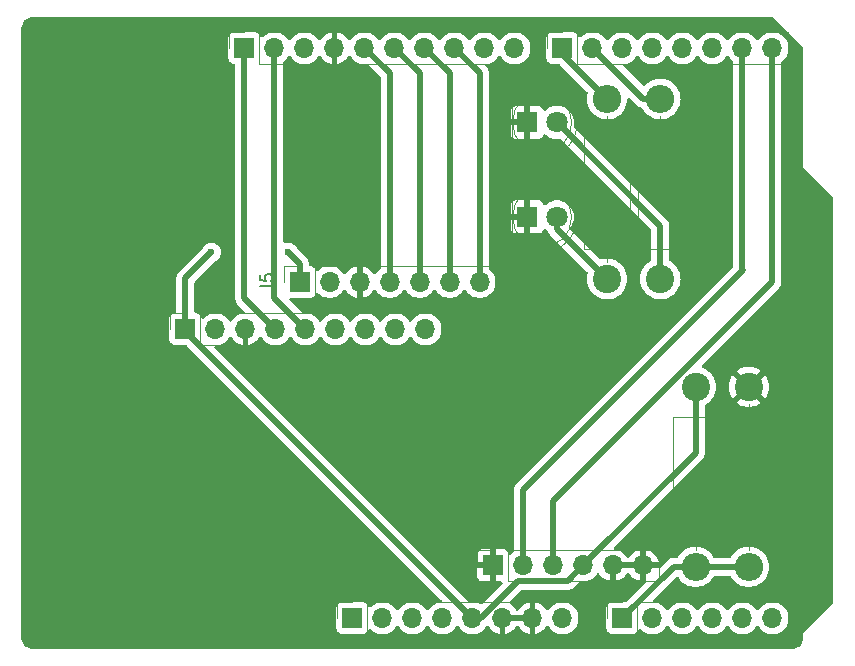
<source format=gbr>
%TF.GenerationSoftware,KiCad,Pcbnew,8.0.8*%
%TF.CreationDate,2025-03-11T12:26:50-06:00*%
%TF.ProjectId,BalloonProject,42616c6c-6f6f-46e5-9072-6f6a6563742e,rev?*%
%TF.SameCoordinates,Original*%
%TF.FileFunction,Profile,NP*%
%FSLAX46Y46*%
G04 Gerber Fmt 4.6, Leading zero omitted, Abs format (unit mm)*
G04 Created by KiCad (PCBNEW 8.0.8) date 2025-03-11 12:26:50*
%MOMM*%
%LPD*%
G01*
G04 APERTURE LIST*
%TA.AperFunction,Profile*%
%ADD10C,0.150000*%
%TD*%
%ADD11R,1.700000X1.700000*%
%ADD12O,1.700000X1.700000*%
%ADD13R,1.800000X1.800000*%
%ADD14C,1.800000*%
%ADD15C,2.400000*%
%ADD16O,2.400000X2.400000*%
%ADD17C,3.200000*%
%TA.AperFunction,ComponentPad*%
%ADD18R,1.700000X1.700000*%
%TD*%
%TA.AperFunction,ComponentPad*%
%ADD19O,1.700000X1.700000*%
%TD*%
%TA.AperFunction,ComponentPad*%
%ADD20R,1.800000X1.800000*%
%TD*%
%TA.AperFunction,ComponentPad*%
%ADD21C,1.800000*%
%TD*%
%TA.AperFunction,ComponentPad*%
%ADD22C,2.400000*%
%TD*%
%TA.AperFunction,ComponentPad*%
%ADD23O,2.400000X2.400000*%
%TD*%
%TA.AperFunction,ViaPad*%
%ADD24C,0.600000*%
%TD*%
%TA.AperFunction,Conductor*%
%ADD25C,0.508000*%
%TD*%
%ADD26C,0.150000*%
%ADD27C,0.120000*%
G04 APERTURE END LIST*
D10*
X166040000Y-59360000D02*
X168580000Y-61900000D01*
X100000000Y-99238000D02*
X100000000Y-47422000D01*
X168580000Y-61900000D02*
X168580000Y-96190000D01*
X165278000Y-100000000D02*
X100762000Y-100000000D01*
X100762000Y-46660000D02*
X163500000Y-46660000D01*
X100762000Y-100000000D02*
G75*
G02*
X100000000Y-99238000I0J762000D01*
G01*
X168580000Y-96190000D02*
X166040000Y-98730000D01*
X163500000Y-46660000D02*
X166040000Y-49200000D01*
X166040000Y-99238000D02*
G75*
G02*
X165278000Y-100000000I-762000J0D01*
G01*
X166040000Y-49200000D02*
X166040000Y-59360000D01*
X166040000Y-98730000D02*
X166040000Y-99238000D01*
X100000000Y-47422000D02*
G75*
G02*
X100762000Y-46660000I762000J0D01*
G01*
D11*
%TO.C,J1*%
X127940000Y-97460000D03*
D12*
X130480000Y-97460000D03*
X133020000Y-97460000D03*
X135560000Y-97460000D03*
X138100000Y-97460000D03*
X140640000Y-97460000D03*
X143180000Y-97460000D03*
X145720000Y-97460000D03*
%TD*%
D11*
%TO.C,J3*%
X150800000Y-97460000D03*
D12*
X153340000Y-97460000D03*
X155880000Y-97460000D03*
X158420000Y-97460000D03*
X160960000Y-97460000D03*
X163500000Y-97460000D03*
%TD*%
D11*
%TO.C,J2*%
X118796000Y-49200000D03*
D12*
X121336000Y-49200000D03*
X123876000Y-49200000D03*
X126416000Y-49200000D03*
X128956000Y-49200000D03*
X131496000Y-49200000D03*
X134036000Y-49200000D03*
X136576000Y-49200000D03*
X139116000Y-49200000D03*
X141656000Y-49200000D03*
%TD*%
D11*
%TO.C,J4*%
X145720000Y-49200000D03*
D12*
X148260000Y-49200000D03*
X150800000Y-49200000D03*
X153340000Y-49200000D03*
X155880000Y-49200000D03*
X158420000Y-49200000D03*
X160960000Y-49200000D03*
X163500000Y-49200000D03*
%TD*%
D11*
%TO.C,J6*%
X113800000Y-73000000D03*
D12*
X116340000Y-73000000D03*
X118880000Y-73000000D03*
X121420000Y-73000000D03*
X123960000Y-73000000D03*
X126500000Y-73000000D03*
X129040000Y-73000000D03*
X131580000Y-73000000D03*
X134120000Y-73000000D03*
%TD*%
D13*
%TO.C,D2*%
X142725000Y-55500000D03*
D14*
X145265000Y-55500000D03*
%TD*%
D11*
%TO.C,J7*%
X139840000Y-93000000D03*
D12*
X142380000Y-93000000D03*
X144920000Y-93000000D03*
X147460000Y-93000000D03*
X150000000Y-93000000D03*
X152540000Y-93000000D03*
%TD*%
D15*
%TO.C,R2*%
X149500000Y-68740000D03*
D16*
X149500000Y-53500000D03*
%TD*%
D15*
%TO.C,R3*%
X154000000Y-68740000D03*
D16*
X154000000Y-53500000D03*
%TD*%
D17*
%TO.C,MH1*%
X115240000Y-49200000D03*
%TD*%
D13*
%TO.C,D1*%
X142725000Y-63500000D03*
D14*
X145265000Y-63500000D03*
%TD*%
D11*
%TO.C,J5*%
X123460000Y-69000000D03*
D12*
X126000000Y-69000000D03*
X128540000Y-69000000D03*
X131080000Y-69000000D03*
X133620000Y-69000000D03*
X136160000Y-69000000D03*
X138700000Y-69000000D03*
%TD*%
D17*
%TO.C,MH2*%
X113970000Y-97460000D03*
%TD*%
D15*
%TO.C,NXRT15XH103FA1B030*%
X157000000Y-77880000D03*
D16*
X157000000Y-93120000D03*
%TD*%
D17*
%TO.C,MH3*%
X166040000Y-64440000D03*
%TD*%
D15*
%TO.C,R1*%
X161500000Y-77880000D03*
D16*
X161500000Y-93120000D03*
%TD*%
D17*
%TO.C,MH4*%
X166040000Y-92380000D03*
%TD*%
D18*
%TO.P,J1,1,Pin_1*%
%TO.N,unconnected-(J1-Pin_1-Pad1)*%
X127940000Y-97460000D03*
D19*
%TO.P,J1,2,Pin_2*%
%TO.N,/IOREF*%
X130480000Y-97460000D03*
%TO.P,J1,3,Pin_3*%
%TO.N,/~{RESET}*%
X133020000Y-97460000D03*
%TO.P,J1,4,Pin_4*%
%TO.N,+3V3*%
X135560000Y-97460000D03*
%TO.P,J1,5,Pin_5*%
%TO.N,+5V*%
X138100000Y-97460000D03*
%TO.P,J1,6,Pin_6*%
%TO.N,GND*%
X140640000Y-97460000D03*
%TO.P,J1,7,Pin_7*%
X143180000Y-97460000D03*
%TO.P,J1,8,Pin_8*%
%TO.N,VCC*%
X145720000Y-97460000D03*
%TD*%
D18*
%TO.P,J3,1,Pin_1*%
%TO.N,/A0*%
X150800000Y-97460000D03*
D19*
%TO.P,J3,2,Pin_2*%
%TO.N,/A1*%
X153340000Y-97460000D03*
%TO.P,J3,3,Pin_3*%
%TO.N,/A2*%
X155880000Y-97460000D03*
%TO.P,J3,4,Pin_4*%
%TO.N,/A3*%
X158420000Y-97460000D03*
%TO.P,J3,5,Pin_5*%
%TO.N,unconnected-(J3-Pin_5-Pad5)*%
X160960000Y-97460000D03*
%TO.P,J3,6,Pin_6*%
%TO.N,unconnected-(J3-Pin_6-Pad6)*%
X163500000Y-97460000D03*
%TD*%
D18*
%TO.P,J2,1,Pin_1*%
%TO.N,/I2C_SCL*%
X118796000Y-49200000D03*
D19*
%TO.P,J2,2,Pin_2*%
%TO.N,/I2C_SDA*%
X121336000Y-49200000D03*
%TO.P,J2,3,Pin_3*%
%TO.N,/AREF*%
X123876000Y-49200000D03*
%TO.P,J2,4,Pin_4*%
%TO.N,GND*%
X126416000Y-49200000D03*
%TO.P,J2,5,Pin_5*%
%TO.N,/SPI_SCK*%
X128956000Y-49200000D03*
%TO.P,J2,6,Pin_6*%
%TO.N,/SPI_SDO*%
X131496000Y-49200000D03*
%TO.P,J2,7,Pin_7*%
%TO.N,/SPI_SDI*%
X134036000Y-49200000D03*
%TO.P,J2,8,Pin_8*%
%TO.N,/SPI_CS*%
X136576000Y-49200000D03*
%TO.P,J2,9,Pin_9*%
%TO.N,/\u002A9*%
X139116000Y-49200000D03*
%TO.P,J2,10,Pin_10*%
%TO.N,/8*%
X141656000Y-49200000D03*
%TD*%
D18*
%TO.P,J4,1,Pin_1*%
%TO.N,/RED_LED*%
X145720000Y-49200000D03*
D19*
%TO.P,J4,2,Pin_2*%
%TO.N,/GREEN_LED*%
X148260000Y-49200000D03*
%TO.P,J4,3,Pin_3*%
%TO.N,/\u002A5*%
X150800000Y-49200000D03*
%TO.P,J4,4,Pin_4*%
%TO.N,/4*%
X153340000Y-49200000D03*
%TO.P,J4,5,Pin_5*%
%TO.N,/\u002A3*%
X155880000Y-49200000D03*
%TO.P,J4,6,Pin_6*%
%TO.N,/2*%
X158420000Y-49200000D03*
%TO.P,J4,7,Pin_7*%
%TO.N,/TX{slash}1*%
X160960000Y-49200000D03*
%TO.P,J4,8,Pin_8*%
%TO.N,/RX{slash}0*%
X163500000Y-49200000D03*
%TD*%
D18*
%TO.P,J6,1,Pin_1*%
%TO.N,+5V*%
X113800000Y-73000000D03*
D19*
%TO.P,J6,2,Pin_2*%
%TO.N,unconnected-(J6-Pin_2-Pad2)*%
X116340000Y-73000000D03*
%TO.P,J6,3,Pin_3*%
%TO.N,GND*%
X118880000Y-73000000D03*
%TO.P,J6,4,Pin_4*%
%TO.N,/I2C_SCL*%
X121420000Y-73000000D03*
%TO.P,J6,5,Pin_5*%
%TO.N,/I2C_SDA*%
X123960000Y-73000000D03*
%TO.P,J6,6,Pin_6*%
%TO.N,unconnected-(J6-Pin_6-Pad6)*%
X126500000Y-73000000D03*
%TO.P,J6,7,Pin_7*%
%TO.N,unconnected-(J6-Pin_7-Pad7)*%
X129040000Y-73000000D03*
%TO.P,J6,8,Pin_8*%
%TO.N,unconnected-(J6-Pin_8-Pad8)*%
X131580000Y-73000000D03*
%TO.P,J6,9,Pin_9*%
%TO.N,unconnected-(J6-Pin_9-Pad9)*%
X134120000Y-73000000D03*
%TD*%
D20*
%TO.P,D2,1,K*%
%TO.N,GND*%
X142725000Y-55500000D03*
D21*
%TO.P,D2,2,A*%
%TO.N,Net-(D2-A)*%
X145265000Y-55500000D03*
%TD*%
D18*
%TO.P,J7,1,Pin_1*%
%TO.N,GND*%
X139840000Y-93000000D03*
D19*
%TO.P,J7,2,Pin_2*%
%TO.N,/TX{slash}1*%
X142380000Y-93000000D03*
%TO.P,J7,3,Pin_3*%
%TO.N,/RX{slash}0*%
X144920000Y-93000000D03*
%TO.P,J7,4,Pin_4*%
%TO.N,+5V*%
X147460000Y-93000000D03*
%TO.P,J7,5,Pin_5*%
%TO.N,GND*%
X150000000Y-93000000D03*
%TO.P,J7,6,Pin_6*%
X152540000Y-93000000D03*
%TD*%
D22*
%TO.P,R2,1*%
%TO.N,Net-(D1-A)*%
X149500000Y-68740000D03*
D23*
%TO.P,R2,2*%
%TO.N,/RED_LED*%
X149500000Y-53500000D03*
%TD*%
D22*
%TO.P,R3,1*%
%TO.N,Net-(D2-A)*%
X154000000Y-68740000D03*
D23*
%TO.P,R3,2*%
%TO.N,/GREEN_LED*%
X154000000Y-53500000D03*
%TD*%
D20*
%TO.P,D1,1,K*%
%TO.N,GND*%
X142725000Y-63500000D03*
D21*
%TO.P,D1,2,A*%
%TO.N,Net-(D1-A)*%
X145265000Y-63500000D03*
%TD*%
D18*
%TO.P,J5,1,Pin_1*%
%TO.N,+5V*%
X123460000Y-69000000D03*
D19*
%TO.P,J5,2,Pin_2*%
%TO.N,unconnected-(J5-Pin_2-Pad2)*%
X126000000Y-69000000D03*
%TO.P,J5,3,Pin_3*%
%TO.N,GND*%
X128540000Y-69000000D03*
%TO.P,J5,4,Pin_4*%
%TO.N,/SPI_SCK*%
X131080000Y-69000000D03*
%TO.P,J5,5,Pin_5*%
%TO.N,/SPI_SDO*%
X133620000Y-69000000D03*
%TO.P,J5,6,Pin_6*%
%TO.N,/SPI_SDI*%
X136160000Y-69000000D03*
%TO.P,J5,7,Pin_7*%
%TO.N,/SPI_CS*%
X138700000Y-69000000D03*
%TD*%
D22*
%TO.P,NXRT15XH103FA1B030,1*%
%TO.N,+5V*%
X157000000Y-77880000D03*
D23*
%TO.P,NXRT15XH103FA1B030,2*%
%TO.N,/A0*%
X157000000Y-93120000D03*
%TD*%
D22*
%TO.P,R1,1*%
%TO.N,GND*%
X161500000Y-77880000D03*
D23*
%TO.P,R1,2*%
%TO.N,/A0*%
X161500000Y-93120000D03*
%TD*%
D24*
%TO.N,+5V*%
X116000000Y-66500000D03*
X122500000Y-66500000D03*
%TD*%
D25*
%TO.N,+5V*%
X113800000Y-73000000D02*
X113800000Y-73160000D01*
X113800000Y-68700000D02*
X116000000Y-66500000D01*
X113800000Y-73000000D02*
X113800000Y-68700000D01*
X157000000Y-83460000D02*
X147460000Y-93000000D01*
X123460000Y-67460000D02*
X122500000Y-66500000D01*
X157000000Y-77880000D02*
X157000000Y-83460000D01*
X123460000Y-69000000D02*
X123460000Y-67460000D01*
X113800000Y-73160000D02*
X138100000Y-97460000D01*
X138795865Y-97460000D02*
X141951865Y-94304000D01*
X141951865Y-94304000D02*
X146156000Y-94304000D01*
X138100000Y-97460000D02*
X138795865Y-97460000D01*
X146156000Y-94304000D02*
X147460000Y-93000000D01*
%TO.N,/A0*%
X157000000Y-93120000D02*
X155140000Y-93120000D01*
X155140000Y-93120000D02*
X150800000Y-97460000D01*
X157000000Y-93120000D02*
X161500000Y-93120000D01*
%TO.N,Net-(D1-A)*%
X149500000Y-68740000D02*
X145265000Y-64505000D01*
X145265000Y-64505000D02*
X145265000Y-63500000D01*
%TO.N,Net-(D2-A)*%
X154000000Y-64235000D02*
X145265000Y-55500000D01*
X154000000Y-68740000D02*
X154000000Y-64235000D01*
%TO.N,/SPI_SDI*%
X136160000Y-51324000D02*
X134036000Y-49200000D01*
X136160000Y-69000000D02*
X136160000Y-51324000D01*
%TO.N,/I2C_SCL*%
X118796000Y-70376000D02*
X118796000Y-49200000D01*
X121420000Y-73000000D02*
X118796000Y-70376000D01*
%TO.N,/SPI_SDO*%
X133620000Y-51324000D02*
X131496000Y-49200000D01*
X133620000Y-69000000D02*
X133620000Y-51324000D01*
%TO.N,/SPI_SCK*%
X131080000Y-69000000D02*
X131080000Y-51324000D01*
X131080000Y-51324000D02*
X128956000Y-49200000D01*
%TO.N,/TX{slash}1*%
X160960000Y-49200000D02*
X160960000Y-67960000D01*
X142380000Y-86620000D02*
X142380000Y-93000000D01*
X160960000Y-67960000D02*
X161000000Y-68000000D01*
X161000000Y-68000000D02*
X142380000Y-86620000D01*
%TO.N,/RX{slash}0*%
X144920000Y-93000000D02*
X144920000Y-87580000D01*
X163500000Y-69000000D02*
X163500000Y-49200000D01*
X144920000Y-87580000D02*
X163500000Y-69000000D01*
%TO.N,/SPI_CS*%
X138700000Y-51324000D02*
X136576000Y-49200000D01*
X138700000Y-69000000D02*
X138700000Y-51324000D01*
%TO.N,/I2C_SDA*%
X121336000Y-70376000D02*
X121336000Y-49200000D01*
X123960000Y-73000000D02*
X121336000Y-70376000D01*
%TO.N,/RED_LED*%
X145720000Y-49720000D02*
X145720000Y-49200000D01*
X145448000Y-49472000D02*
X145720000Y-49200000D01*
X149500000Y-53500000D02*
X145720000Y-49720000D01*
%TO.N,/GREEN_LED*%
X152560000Y-53500000D02*
X148260000Y-49200000D01*
X154000000Y-53500000D02*
X152560000Y-53500000D01*
%TD*%
%TA.AperFunction,Conductor*%
%TO.N,GND*%
G36*
X142714075Y-97267007D02*
G01*
X142680000Y-97394174D01*
X142680000Y-97525826D01*
X142714075Y-97652993D01*
X142746988Y-97710000D01*
X141073012Y-97710000D01*
X141105925Y-97652993D01*
X141140000Y-97525826D01*
X141140000Y-97394174D01*
X141105925Y-97267007D01*
X141073012Y-97210000D01*
X142746988Y-97210000D01*
X142714075Y-97267007D01*
G37*
%TD.AperFunction*%
%TA.AperFunction,Conductor*%
G36*
X152074075Y-92807007D02*
G01*
X152040000Y-92934174D01*
X152040000Y-93065826D01*
X152074075Y-93192993D01*
X152106988Y-93250000D01*
X150433012Y-93250000D01*
X150465925Y-93192993D01*
X150500000Y-93065826D01*
X150500000Y-92934174D01*
X150465925Y-92807007D01*
X150433012Y-92750000D01*
X152106988Y-92750000D01*
X152074075Y-92807007D01*
G37*
%TD.AperFunction*%
%TA.AperFunction,Conductor*%
G36*
X126666000Y-50530633D02*
G01*
X126879483Y-50473433D01*
X126879492Y-50473429D01*
X127093578Y-50373600D01*
X127287082Y-50238105D01*
X127454105Y-50071082D01*
X127580868Y-49890048D01*
X127635445Y-49846423D01*
X127704944Y-49839231D01*
X127767298Y-49870753D01*
X127786251Y-49893350D01*
X127880276Y-50037265D01*
X127880284Y-50037276D01*
X128032756Y-50202902D01*
X128032761Y-50202907D01*
X128032766Y-50202911D01*
X128210424Y-50341189D01*
X128210425Y-50341189D01*
X128210427Y-50341191D01*
X128270314Y-50373600D01*
X128408426Y-50448342D01*
X128605567Y-50516020D01*
X128618906Y-50520600D01*
X128621365Y-50521444D01*
X128843431Y-50558500D01*
X129068567Y-50558500D01*
X129068569Y-50558500D01*
X129149239Y-50545038D01*
X129218601Y-50553420D01*
X129257328Y-50579666D01*
X130281181Y-51603519D01*
X130314666Y-51664842D01*
X130317500Y-51691200D01*
X130317500Y-67811363D01*
X130297815Y-67878402D01*
X130269664Y-67909216D01*
X130156756Y-67997097D01*
X130004284Y-68162723D01*
X130004276Y-68162734D01*
X129910251Y-68306650D01*
X129857105Y-68352007D01*
X129787873Y-68361430D01*
X129724538Y-68331928D01*
X129704868Y-68309951D01*
X129578113Y-68128926D01*
X129578108Y-68128920D01*
X129411082Y-67961894D01*
X129217578Y-67826399D01*
X129003492Y-67726570D01*
X129003486Y-67726567D01*
X128790000Y-67669364D01*
X128790000Y-68566988D01*
X128732993Y-68534075D01*
X128605826Y-68500000D01*
X128474174Y-68500000D01*
X128347007Y-68534075D01*
X128290000Y-68566988D01*
X128290000Y-67669364D01*
X128289999Y-67669364D01*
X128076513Y-67726567D01*
X128076507Y-67726570D01*
X127862422Y-67826399D01*
X127862420Y-67826400D01*
X127668926Y-67961886D01*
X127668920Y-67961891D01*
X127501891Y-68128920D01*
X127501890Y-68128922D01*
X127375131Y-68309952D01*
X127320554Y-68353577D01*
X127251055Y-68360769D01*
X127188701Y-68329247D01*
X127169752Y-68306656D01*
X127075722Y-68162732D01*
X127075715Y-68162725D01*
X127075715Y-68162723D01*
X126923243Y-67997097D01*
X126923238Y-67997092D01*
X126745577Y-67858812D01*
X126745572Y-67858808D01*
X126547580Y-67751661D01*
X126547577Y-67751659D01*
X126547574Y-67751658D01*
X126547571Y-67751657D01*
X126547569Y-67751656D01*
X126334637Y-67678556D01*
X126112569Y-67641500D01*
X125887431Y-67641500D01*
X125665362Y-67678556D01*
X125452430Y-67751656D01*
X125452419Y-67751661D01*
X125254427Y-67858808D01*
X125254422Y-67858812D01*
X125076761Y-67997092D01*
X125013548Y-68065760D01*
X124953661Y-68101750D01*
X124883823Y-68099649D01*
X124826207Y-68060124D01*
X124806138Y-68025110D01*
X124760889Y-67903796D01*
X124727214Y-67858812D01*
X124673261Y-67786739D01*
X124556204Y-67699111D01*
X124419203Y-67648011D01*
X124358654Y-67641500D01*
X124358638Y-67641500D01*
X124346500Y-67641500D01*
X124279461Y-67621815D01*
X124233706Y-67569011D01*
X124222500Y-67517500D01*
X124222500Y-67384897D01*
X124193198Y-67237592D01*
X124193197Y-67237591D01*
X124193197Y-67237587D01*
X124135718Y-67098821D01*
X124090736Y-67031500D01*
X124090736Y-67031499D01*
X124052271Y-66973932D01*
X124052268Y-66973929D01*
X123255112Y-66176774D01*
X123237725Y-66152267D01*
X123236748Y-66152882D01*
X123136110Y-65992718D01*
X123007281Y-65863889D01*
X122853017Y-65766958D01*
X122853016Y-65766957D01*
X122853015Y-65766957D01*
X122798693Y-65747949D01*
X122681046Y-65706782D01*
X122681041Y-65706781D01*
X122500004Y-65686384D01*
X122499996Y-65686384D01*
X122318958Y-65706781D01*
X122318950Y-65706783D01*
X122263454Y-65726202D01*
X122193675Y-65729763D01*
X122133048Y-65695034D01*
X122100821Y-65633040D01*
X122098500Y-65609160D01*
X122098500Y-50388635D01*
X122118185Y-50321596D01*
X122146338Y-50290782D01*
X122169910Y-50272434D01*
X122259240Y-50202906D01*
X122380594Y-50071082D01*
X122411715Y-50037276D01*
X122411715Y-50037275D01*
X122411722Y-50037268D01*
X122502193Y-49898790D01*
X122555338Y-49853437D01*
X122624569Y-49844013D01*
X122687905Y-49873515D01*
X122709804Y-49898787D01*
X122800278Y-50037268D01*
X122800283Y-50037273D01*
X122800284Y-50037276D01*
X122952756Y-50202902D01*
X122952761Y-50202907D01*
X122952766Y-50202911D01*
X123130424Y-50341189D01*
X123130425Y-50341189D01*
X123130427Y-50341191D01*
X123190314Y-50373600D01*
X123328426Y-50448342D01*
X123525567Y-50516020D01*
X123538906Y-50520600D01*
X123541365Y-50521444D01*
X123763431Y-50558500D01*
X123988569Y-50558500D01*
X124210635Y-50521444D01*
X124423574Y-50448342D01*
X124621576Y-50341189D01*
X124799240Y-50202906D01*
X124920594Y-50071082D01*
X124951715Y-50037276D01*
X124951715Y-50037275D01*
X124951722Y-50037268D01*
X125045749Y-49893347D01*
X125098894Y-49847994D01*
X125168125Y-49838570D01*
X125231461Y-49868072D01*
X125251130Y-49890048D01*
X125377890Y-50071078D01*
X125544917Y-50238105D01*
X125738421Y-50373600D01*
X125952507Y-50473429D01*
X125952516Y-50473433D01*
X126166000Y-50530634D01*
X126166000Y-49633012D01*
X126223007Y-49665925D01*
X126350174Y-49700000D01*
X126481826Y-49700000D01*
X126608993Y-49665925D01*
X126666000Y-49633012D01*
X126666000Y-50530633D01*
G37*
%TD.AperFunction*%
%TA.AperFunction,Conductor*%
G36*
X163484404Y-46755185D02*
G01*
X163505046Y-46771819D01*
X165928181Y-49194954D01*
X165961666Y-49256277D01*
X165964500Y-49282635D01*
X165964500Y-59344982D01*
X165964500Y-59375018D01*
X165975994Y-59402767D01*
X165975995Y-59402768D01*
X168468181Y-61894954D01*
X168501666Y-61956277D01*
X168504500Y-61982635D01*
X168504500Y-96107364D01*
X168484815Y-96174403D01*
X168468181Y-96195045D01*
X165997233Y-98665994D01*
X165975995Y-98687231D01*
X165964500Y-98714982D01*
X165964500Y-99231907D01*
X165963903Y-99244062D01*
X165952505Y-99359778D01*
X165947763Y-99383618D01*
X165917832Y-99482290D01*
X165915789Y-99489024D01*
X165906486Y-99511482D01*
X165854561Y-99608627D01*
X165841056Y-99628839D01*
X165771176Y-99713988D01*
X165753988Y-99731176D01*
X165668839Y-99801056D01*
X165648627Y-99814561D01*
X165551482Y-99866486D01*
X165529028Y-99875787D01*
X165487028Y-99888528D01*
X165423618Y-99907763D01*
X165399778Y-99912505D01*
X165291162Y-99923203D01*
X165284060Y-99923903D01*
X165271907Y-99924500D01*
X100768093Y-99924500D01*
X100755939Y-99923903D01*
X100747995Y-99923120D01*
X100640221Y-99912505D01*
X100616381Y-99907763D01*
X100599445Y-99902625D01*
X100510968Y-99875786D01*
X100488517Y-99866486D01*
X100391372Y-99814561D01*
X100371160Y-99801056D01*
X100286011Y-99731176D01*
X100268823Y-99713988D01*
X100198943Y-99628839D01*
X100185438Y-99608627D01*
X100133510Y-99511476D01*
X100124215Y-99489037D01*
X100092234Y-99383612D01*
X100087494Y-99359777D01*
X100076097Y-99244061D01*
X100075500Y-99231907D01*
X100075500Y-72101345D01*
X112441500Y-72101345D01*
X112441500Y-73898654D01*
X112448011Y-73959202D01*
X112448011Y-73959204D01*
X112499111Y-74096204D01*
X112586739Y-74213261D01*
X112703796Y-74300889D01*
X112840799Y-74351989D01*
X112868050Y-74354918D01*
X112901345Y-74358499D01*
X112901362Y-74358500D01*
X113868800Y-74358500D01*
X113935839Y-74378185D01*
X113956481Y-74394819D01*
X135461971Y-95900309D01*
X135495456Y-95961632D01*
X135490472Y-96031324D01*
X135448600Y-96087257D01*
X135394700Y-96110299D01*
X135225361Y-96138556D01*
X135012430Y-96211656D01*
X135012419Y-96211661D01*
X134814427Y-96318808D01*
X134814422Y-96318812D01*
X134636761Y-96457092D01*
X134636756Y-96457097D01*
X134484284Y-96622723D01*
X134484276Y-96622734D01*
X134393808Y-96761206D01*
X134340662Y-96806562D01*
X134271431Y-96815986D01*
X134208095Y-96786484D01*
X134186192Y-96761206D01*
X134095723Y-96622734D01*
X134095715Y-96622723D01*
X133943243Y-96457097D01*
X133943238Y-96457092D01*
X133765577Y-96318812D01*
X133765572Y-96318808D01*
X133567580Y-96211661D01*
X133567577Y-96211659D01*
X133567574Y-96211658D01*
X133567571Y-96211657D01*
X133567569Y-96211656D01*
X133354637Y-96138556D01*
X133132569Y-96101500D01*
X132907431Y-96101500D01*
X132685362Y-96138556D01*
X132472430Y-96211656D01*
X132472419Y-96211661D01*
X132274427Y-96318808D01*
X132274422Y-96318812D01*
X132096761Y-96457092D01*
X132096756Y-96457097D01*
X131944284Y-96622723D01*
X131944276Y-96622734D01*
X131853808Y-96761206D01*
X131800662Y-96806562D01*
X131731431Y-96815986D01*
X131668095Y-96786484D01*
X131646192Y-96761206D01*
X131555723Y-96622734D01*
X131555715Y-96622723D01*
X131403243Y-96457097D01*
X131403238Y-96457092D01*
X131225577Y-96318812D01*
X131225572Y-96318808D01*
X131027580Y-96211661D01*
X131027577Y-96211659D01*
X131027574Y-96211658D01*
X131027571Y-96211657D01*
X131027569Y-96211656D01*
X130814637Y-96138556D01*
X130592569Y-96101500D01*
X130367431Y-96101500D01*
X130145362Y-96138556D01*
X129932430Y-96211656D01*
X129932419Y-96211661D01*
X129734427Y-96318808D01*
X129734422Y-96318812D01*
X129556761Y-96457092D01*
X129493548Y-96525760D01*
X129433661Y-96561750D01*
X129363823Y-96559649D01*
X129306207Y-96520124D01*
X129286138Y-96485110D01*
X129240889Y-96363796D01*
X129240888Y-96363795D01*
X129153261Y-96246739D01*
X129036204Y-96159111D01*
X129035172Y-96158726D01*
X128899203Y-96108011D01*
X128838654Y-96101500D01*
X128838638Y-96101500D01*
X127041362Y-96101500D01*
X127041345Y-96101500D01*
X126980797Y-96108011D01*
X126980795Y-96108011D01*
X126843795Y-96159111D01*
X126726739Y-96246739D01*
X126639111Y-96363795D01*
X126588011Y-96500795D01*
X126588011Y-96500797D01*
X126581500Y-96561345D01*
X126581500Y-98358654D01*
X126588011Y-98419202D01*
X126588011Y-98419204D01*
X126639111Y-98556204D01*
X126726739Y-98673261D01*
X126843796Y-98760889D01*
X126980799Y-98811989D01*
X127008050Y-98814918D01*
X127041345Y-98818499D01*
X127041362Y-98818500D01*
X128838638Y-98818500D01*
X128838654Y-98818499D01*
X128865692Y-98815591D01*
X128899201Y-98811989D01*
X129036204Y-98760889D01*
X129153261Y-98673261D01*
X129240889Y-98556204D01*
X129286138Y-98434887D01*
X129328009Y-98378956D01*
X129393474Y-98354539D01*
X129461746Y-98369391D01*
X129493545Y-98394236D01*
X129556760Y-98462906D01*
X129734424Y-98601189D01*
X129734425Y-98601189D01*
X129734427Y-98601191D01*
X129861135Y-98669761D01*
X129932426Y-98708342D01*
X130145365Y-98781444D01*
X130367431Y-98818500D01*
X130592569Y-98818500D01*
X130814635Y-98781444D01*
X131027574Y-98708342D01*
X131225576Y-98601189D01*
X131403240Y-98462906D01*
X131524594Y-98331082D01*
X131555715Y-98297276D01*
X131555715Y-98297275D01*
X131555722Y-98297268D01*
X131646193Y-98158790D01*
X131699338Y-98113437D01*
X131768569Y-98104013D01*
X131831905Y-98133515D01*
X131853804Y-98158787D01*
X131944278Y-98297268D01*
X131944283Y-98297273D01*
X131944284Y-98297276D01*
X132070968Y-98434889D01*
X132096760Y-98462906D01*
X132274424Y-98601189D01*
X132274425Y-98601189D01*
X132274427Y-98601191D01*
X132401135Y-98669761D01*
X132472426Y-98708342D01*
X132685365Y-98781444D01*
X132907431Y-98818500D01*
X133132569Y-98818500D01*
X133354635Y-98781444D01*
X133567574Y-98708342D01*
X133765576Y-98601189D01*
X133943240Y-98462906D01*
X134064594Y-98331082D01*
X134095715Y-98297276D01*
X134095715Y-98297275D01*
X134095722Y-98297268D01*
X134186193Y-98158790D01*
X134239338Y-98113437D01*
X134308569Y-98104013D01*
X134371905Y-98133515D01*
X134393804Y-98158787D01*
X134484278Y-98297268D01*
X134484283Y-98297273D01*
X134484284Y-98297276D01*
X134610968Y-98434889D01*
X134636760Y-98462906D01*
X134814424Y-98601189D01*
X134814425Y-98601189D01*
X134814427Y-98601191D01*
X134941135Y-98669761D01*
X135012426Y-98708342D01*
X135225365Y-98781444D01*
X135447431Y-98818500D01*
X135672569Y-98818500D01*
X135894635Y-98781444D01*
X136107574Y-98708342D01*
X136305576Y-98601189D01*
X136483240Y-98462906D01*
X136604594Y-98331082D01*
X136635715Y-98297276D01*
X136635715Y-98297275D01*
X136635722Y-98297268D01*
X136726193Y-98158790D01*
X136779338Y-98113437D01*
X136848569Y-98104013D01*
X136911905Y-98133515D01*
X136933804Y-98158787D01*
X137024278Y-98297268D01*
X137024283Y-98297273D01*
X137024284Y-98297276D01*
X137150968Y-98434889D01*
X137176760Y-98462906D01*
X137354424Y-98601189D01*
X137354425Y-98601189D01*
X137354427Y-98601191D01*
X137481135Y-98669761D01*
X137552426Y-98708342D01*
X137765365Y-98781444D01*
X137987431Y-98818500D01*
X138212569Y-98818500D01*
X138434635Y-98781444D01*
X138647574Y-98708342D01*
X138845576Y-98601189D01*
X139023240Y-98462906D01*
X139144594Y-98331082D01*
X139175715Y-98297276D01*
X139175715Y-98297275D01*
X139175722Y-98297268D01*
X139269749Y-98153347D01*
X139322894Y-98107994D01*
X139392125Y-98098570D01*
X139455461Y-98128072D01*
X139475130Y-98150048D01*
X139601890Y-98331078D01*
X139768917Y-98498105D01*
X139962421Y-98633600D01*
X140176507Y-98733429D01*
X140176516Y-98733433D01*
X140390000Y-98790634D01*
X140390000Y-97893012D01*
X140447007Y-97925925D01*
X140574174Y-97960000D01*
X140705826Y-97960000D01*
X140832993Y-97925925D01*
X140890000Y-97893012D01*
X140890000Y-98790633D01*
X141103483Y-98733433D01*
X141103492Y-98733429D01*
X141317578Y-98633600D01*
X141511082Y-98498105D01*
X141678105Y-98331082D01*
X141808425Y-98144968D01*
X141863002Y-98101344D01*
X141932501Y-98094151D01*
X141994855Y-98125673D01*
X142011575Y-98144968D01*
X142141894Y-98331082D01*
X142308917Y-98498105D01*
X142502421Y-98633600D01*
X142716507Y-98733429D01*
X142716516Y-98733433D01*
X142930000Y-98790634D01*
X142930000Y-97893012D01*
X142987007Y-97925925D01*
X143114174Y-97960000D01*
X143245826Y-97960000D01*
X143372993Y-97925925D01*
X143430000Y-97893012D01*
X143430000Y-98790633D01*
X143643483Y-98733433D01*
X143643492Y-98733429D01*
X143857578Y-98633600D01*
X144051082Y-98498105D01*
X144218105Y-98331082D01*
X144344868Y-98150048D01*
X144399445Y-98106423D01*
X144468944Y-98099231D01*
X144531298Y-98130753D01*
X144550251Y-98153350D01*
X144644276Y-98297265D01*
X144644284Y-98297276D01*
X144770968Y-98434889D01*
X144796760Y-98462906D01*
X144974424Y-98601189D01*
X144974425Y-98601189D01*
X144974427Y-98601191D01*
X145101135Y-98669761D01*
X145172426Y-98708342D01*
X145385365Y-98781444D01*
X145607431Y-98818500D01*
X145832569Y-98818500D01*
X146054635Y-98781444D01*
X146267574Y-98708342D01*
X146465576Y-98601189D01*
X146643240Y-98462906D01*
X146764594Y-98331082D01*
X146795715Y-98297276D01*
X146795717Y-98297273D01*
X146795722Y-98297268D01*
X146918860Y-98108791D01*
X147009296Y-97902616D01*
X147064564Y-97684368D01*
X147083156Y-97460000D01*
X147077701Y-97394174D01*
X147064565Y-97235640D01*
X147064563Y-97235628D01*
X147009296Y-97017385D01*
X146999071Y-96994075D01*
X146918860Y-96811209D01*
X146902706Y-96786484D01*
X146795723Y-96622734D01*
X146795715Y-96622723D01*
X146643243Y-96457097D01*
X146643238Y-96457092D01*
X146465577Y-96318812D01*
X146465572Y-96318808D01*
X146267580Y-96211661D01*
X146267577Y-96211659D01*
X146267574Y-96211658D01*
X146267571Y-96211657D01*
X146267569Y-96211656D01*
X146054637Y-96138556D01*
X145832569Y-96101500D01*
X145607431Y-96101500D01*
X145385362Y-96138556D01*
X145172430Y-96211656D01*
X145172419Y-96211661D01*
X144974427Y-96318808D01*
X144974422Y-96318812D01*
X144796761Y-96457092D01*
X144796756Y-96457097D01*
X144644284Y-96622723D01*
X144644276Y-96622734D01*
X144550251Y-96766650D01*
X144497105Y-96812007D01*
X144427873Y-96821430D01*
X144364538Y-96791928D01*
X144344868Y-96769951D01*
X144218113Y-96588926D01*
X144218108Y-96588920D01*
X144051082Y-96421894D01*
X143857578Y-96286399D01*
X143643492Y-96186570D01*
X143643486Y-96186567D01*
X143430000Y-96129364D01*
X143430000Y-97026988D01*
X143372993Y-96994075D01*
X143245826Y-96960000D01*
X143114174Y-96960000D01*
X142987007Y-96994075D01*
X142930000Y-97026988D01*
X142930000Y-96129364D01*
X142929999Y-96129364D01*
X142716513Y-96186567D01*
X142716507Y-96186570D01*
X142502422Y-96286399D01*
X142502420Y-96286400D01*
X142308926Y-96421886D01*
X142308920Y-96421891D01*
X142141891Y-96588920D01*
X142141890Y-96588922D01*
X142011575Y-96775031D01*
X141956998Y-96818655D01*
X141887499Y-96825848D01*
X141825145Y-96794326D01*
X141808425Y-96775031D01*
X141678109Y-96588922D01*
X141678108Y-96588920D01*
X141511082Y-96421894D01*
X141317578Y-96286399D01*
X141294092Y-96275448D01*
X141241653Y-96229275D01*
X141222501Y-96162082D01*
X141242717Y-96095201D01*
X141258808Y-96075393D01*
X142231384Y-95102819D01*
X142292707Y-95069334D01*
X142319065Y-95066500D01*
X146231102Y-95066500D01*
X146330204Y-95046786D01*
X146378413Y-95037197D01*
X146517179Y-94979718D01*
X146642065Y-94896273D01*
X147158672Y-94379664D01*
X147219993Y-94346181D01*
X147266757Y-94345038D01*
X147347431Y-94358500D01*
X147347432Y-94358500D01*
X147572569Y-94358500D01*
X147794635Y-94321444D01*
X148007574Y-94248342D01*
X148205576Y-94141189D01*
X148383240Y-94002906D01*
X148504594Y-93871082D01*
X148535715Y-93837276D01*
X148535715Y-93837275D01*
X148535722Y-93837268D01*
X148629749Y-93693347D01*
X148682894Y-93647994D01*
X148752125Y-93638570D01*
X148815461Y-93668072D01*
X148835130Y-93690048D01*
X148961890Y-93871078D01*
X149128917Y-94038105D01*
X149322421Y-94173600D01*
X149536507Y-94273429D01*
X149536516Y-94273433D01*
X149750000Y-94330634D01*
X149750000Y-93433012D01*
X149807007Y-93465925D01*
X149934174Y-93500000D01*
X150065826Y-93500000D01*
X150192993Y-93465925D01*
X150250000Y-93433012D01*
X150250000Y-94330633D01*
X150463483Y-94273433D01*
X150463492Y-94273429D01*
X150677578Y-94173600D01*
X150871082Y-94038105D01*
X151038105Y-93871082D01*
X151168425Y-93684968D01*
X151223002Y-93641344D01*
X151292501Y-93634151D01*
X151354855Y-93665673D01*
X151371575Y-93684968D01*
X151501894Y-93871082D01*
X151668917Y-94038105D01*
X151862421Y-94173600D01*
X152076507Y-94273429D01*
X152076516Y-94273433D01*
X152290000Y-94330634D01*
X152290000Y-93433012D01*
X152347007Y-93465925D01*
X152474174Y-93500000D01*
X152605826Y-93500000D01*
X152732993Y-93465925D01*
X152790000Y-93433012D01*
X152790000Y-94340299D01*
X152770315Y-94407338D01*
X152753681Y-94427980D01*
X151116481Y-96065181D01*
X151055158Y-96098666D01*
X151028800Y-96101500D01*
X149901345Y-96101500D01*
X149840797Y-96108011D01*
X149840795Y-96108011D01*
X149703795Y-96159111D01*
X149586739Y-96246739D01*
X149499111Y-96363795D01*
X149448011Y-96500795D01*
X149448011Y-96500797D01*
X149441500Y-96561345D01*
X149441500Y-98358654D01*
X149448011Y-98419202D01*
X149448011Y-98419204D01*
X149499111Y-98556204D01*
X149586739Y-98673261D01*
X149703796Y-98760889D01*
X149840799Y-98811989D01*
X149868050Y-98814918D01*
X149901345Y-98818499D01*
X149901362Y-98818500D01*
X151698638Y-98818500D01*
X151698654Y-98818499D01*
X151725692Y-98815591D01*
X151759201Y-98811989D01*
X151896204Y-98760889D01*
X152013261Y-98673261D01*
X152100889Y-98556204D01*
X152146138Y-98434887D01*
X152188009Y-98378956D01*
X152253474Y-98354539D01*
X152321746Y-98369391D01*
X152353545Y-98394236D01*
X152416760Y-98462906D01*
X152594424Y-98601189D01*
X152594425Y-98601189D01*
X152594427Y-98601191D01*
X152721135Y-98669761D01*
X152792426Y-98708342D01*
X153005365Y-98781444D01*
X153227431Y-98818500D01*
X153452569Y-98818500D01*
X153674635Y-98781444D01*
X153887574Y-98708342D01*
X154085576Y-98601189D01*
X154263240Y-98462906D01*
X154384594Y-98331082D01*
X154415715Y-98297276D01*
X154415715Y-98297275D01*
X154415722Y-98297268D01*
X154506193Y-98158790D01*
X154559338Y-98113437D01*
X154628569Y-98104013D01*
X154691905Y-98133515D01*
X154713804Y-98158787D01*
X154804278Y-98297268D01*
X154804283Y-98297273D01*
X154804284Y-98297276D01*
X154930968Y-98434889D01*
X154956760Y-98462906D01*
X155134424Y-98601189D01*
X155134425Y-98601189D01*
X155134427Y-98601191D01*
X155261135Y-98669761D01*
X155332426Y-98708342D01*
X155545365Y-98781444D01*
X155767431Y-98818500D01*
X155992569Y-98818500D01*
X156214635Y-98781444D01*
X156427574Y-98708342D01*
X156625576Y-98601189D01*
X156803240Y-98462906D01*
X156924594Y-98331082D01*
X156955715Y-98297276D01*
X156955715Y-98297275D01*
X156955722Y-98297268D01*
X157046193Y-98158790D01*
X157099338Y-98113437D01*
X157168569Y-98104013D01*
X157231905Y-98133515D01*
X157253804Y-98158787D01*
X157344278Y-98297268D01*
X157344283Y-98297273D01*
X157344284Y-98297276D01*
X157470968Y-98434889D01*
X157496760Y-98462906D01*
X157674424Y-98601189D01*
X157674425Y-98601189D01*
X157674427Y-98601191D01*
X157801135Y-98669761D01*
X157872426Y-98708342D01*
X158085365Y-98781444D01*
X158307431Y-98818500D01*
X158532569Y-98818500D01*
X158754635Y-98781444D01*
X158967574Y-98708342D01*
X159165576Y-98601189D01*
X159343240Y-98462906D01*
X159464594Y-98331082D01*
X159495715Y-98297276D01*
X159495715Y-98297275D01*
X159495722Y-98297268D01*
X159586193Y-98158790D01*
X159639338Y-98113437D01*
X159708569Y-98104013D01*
X159771905Y-98133515D01*
X159793804Y-98158787D01*
X159884278Y-98297268D01*
X159884283Y-98297273D01*
X159884284Y-98297276D01*
X160010968Y-98434889D01*
X160036760Y-98462906D01*
X160214424Y-98601189D01*
X160214425Y-98601189D01*
X160214427Y-98601191D01*
X160341135Y-98669761D01*
X160412426Y-98708342D01*
X160625365Y-98781444D01*
X160847431Y-98818500D01*
X161072569Y-98818500D01*
X161294635Y-98781444D01*
X161507574Y-98708342D01*
X161705576Y-98601189D01*
X161883240Y-98462906D01*
X162004594Y-98331082D01*
X162035715Y-98297276D01*
X162035715Y-98297275D01*
X162035722Y-98297268D01*
X162126193Y-98158790D01*
X162179338Y-98113437D01*
X162248569Y-98104013D01*
X162311905Y-98133515D01*
X162333804Y-98158787D01*
X162424278Y-98297268D01*
X162424283Y-98297273D01*
X162424284Y-98297276D01*
X162550968Y-98434889D01*
X162576760Y-98462906D01*
X162754424Y-98601189D01*
X162754425Y-98601189D01*
X162754427Y-98601191D01*
X162881135Y-98669761D01*
X162952426Y-98708342D01*
X163165365Y-98781444D01*
X163387431Y-98818500D01*
X163612569Y-98818500D01*
X163834635Y-98781444D01*
X164047574Y-98708342D01*
X164245576Y-98601189D01*
X164423240Y-98462906D01*
X164544594Y-98331082D01*
X164575715Y-98297276D01*
X164575717Y-98297273D01*
X164575722Y-98297268D01*
X164698860Y-98108791D01*
X164789296Y-97902616D01*
X164844564Y-97684368D01*
X164863156Y-97460000D01*
X164857701Y-97394174D01*
X164844565Y-97235640D01*
X164844563Y-97235628D01*
X164789296Y-97017385D01*
X164779071Y-96994075D01*
X164698860Y-96811209D01*
X164682706Y-96786484D01*
X164575723Y-96622734D01*
X164575715Y-96622723D01*
X164423243Y-96457097D01*
X164423238Y-96457092D01*
X164245577Y-96318812D01*
X164245572Y-96318808D01*
X164047580Y-96211661D01*
X164047577Y-96211659D01*
X164047574Y-96211658D01*
X164047571Y-96211657D01*
X164047569Y-96211656D01*
X163834637Y-96138556D01*
X163612569Y-96101500D01*
X163387431Y-96101500D01*
X163165362Y-96138556D01*
X162952430Y-96211656D01*
X162952419Y-96211661D01*
X162754427Y-96318808D01*
X162754422Y-96318812D01*
X162576761Y-96457092D01*
X162576756Y-96457097D01*
X162424284Y-96622723D01*
X162424276Y-96622734D01*
X162333808Y-96761206D01*
X162280662Y-96806562D01*
X162211431Y-96815986D01*
X162148095Y-96786484D01*
X162126192Y-96761206D01*
X162035723Y-96622734D01*
X162035715Y-96622723D01*
X161883243Y-96457097D01*
X161883238Y-96457092D01*
X161705577Y-96318812D01*
X161705572Y-96318808D01*
X161507580Y-96211661D01*
X161507577Y-96211659D01*
X161507574Y-96211658D01*
X161507571Y-96211657D01*
X161507569Y-96211656D01*
X161294637Y-96138556D01*
X161072569Y-96101500D01*
X160847431Y-96101500D01*
X160625362Y-96138556D01*
X160412430Y-96211656D01*
X160412419Y-96211661D01*
X160214427Y-96318808D01*
X160214422Y-96318812D01*
X160036761Y-96457092D01*
X160036756Y-96457097D01*
X159884284Y-96622723D01*
X159884276Y-96622734D01*
X159793808Y-96761206D01*
X159740662Y-96806562D01*
X159671431Y-96815986D01*
X159608095Y-96786484D01*
X159586192Y-96761206D01*
X159495723Y-96622734D01*
X159495715Y-96622723D01*
X159343243Y-96457097D01*
X159343238Y-96457092D01*
X159165577Y-96318812D01*
X159165572Y-96318808D01*
X158967580Y-96211661D01*
X158967577Y-96211659D01*
X158967574Y-96211658D01*
X158967571Y-96211657D01*
X158967569Y-96211656D01*
X158754637Y-96138556D01*
X158532569Y-96101500D01*
X158307431Y-96101500D01*
X158085362Y-96138556D01*
X157872430Y-96211656D01*
X157872419Y-96211661D01*
X157674427Y-96318808D01*
X157674422Y-96318812D01*
X157496761Y-96457092D01*
X157496756Y-96457097D01*
X157344284Y-96622723D01*
X157344276Y-96622734D01*
X157253808Y-96761206D01*
X157200662Y-96806562D01*
X157131431Y-96815986D01*
X157068095Y-96786484D01*
X157046192Y-96761206D01*
X156955723Y-96622734D01*
X156955715Y-96622723D01*
X156803243Y-96457097D01*
X156803238Y-96457092D01*
X156625577Y-96318812D01*
X156625572Y-96318808D01*
X156427580Y-96211661D01*
X156427577Y-96211659D01*
X156427574Y-96211658D01*
X156427571Y-96211657D01*
X156427569Y-96211656D01*
X156214637Y-96138556D01*
X155992569Y-96101500D01*
X155767431Y-96101500D01*
X155545362Y-96138556D01*
X155332430Y-96211656D01*
X155332419Y-96211661D01*
X155134427Y-96318808D01*
X155134422Y-96318812D01*
X154956761Y-96457092D01*
X154956756Y-96457097D01*
X154804284Y-96622723D01*
X154804276Y-96622734D01*
X154713808Y-96761206D01*
X154660662Y-96806562D01*
X154591431Y-96815986D01*
X154528095Y-96786484D01*
X154506192Y-96761206D01*
X154415723Y-96622734D01*
X154415715Y-96622723D01*
X154263243Y-96457097D01*
X154263238Y-96457092D01*
X154085577Y-96318812D01*
X154085572Y-96318808D01*
X153887580Y-96211661D01*
X153887577Y-96211659D01*
X153887574Y-96211658D01*
X153887571Y-96211657D01*
X153887569Y-96211656D01*
X153674638Y-96138556D01*
X153505299Y-96110299D01*
X153442414Y-96079848D01*
X153405975Y-96020234D01*
X153407550Y-95950382D01*
X153438026Y-95900311D01*
X155348916Y-93989421D01*
X155410237Y-93955938D01*
X155479929Y-93960922D01*
X155535862Y-94002794D01*
X155543981Y-94015103D01*
X155557262Y-94038105D01*
X155584413Y-94085131D01*
X155681749Y-94207187D01*
X155744072Y-94285338D01*
X155875558Y-94407338D01*
X155931781Y-94459505D01*
X156143355Y-94603754D01*
X156143360Y-94603756D01*
X156143361Y-94603757D01*
X156143362Y-94603758D01*
X156265890Y-94662764D01*
X156374061Y-94714856D01*
X156374062Y-94714856D01*
X156374065Y-94714858D01*
X156618757Y-94790335D01*
X156618758Y-94790335D01*
X156618761Y-94790336D01*
X156871958Y-94828499D01*
X156871963Y-94828499D01*
X156871966Y-94828500D01*
X156871967Y-94828500D01*
X157128033Y-94828500D01*
X157128034Y-94828500D01*
X157128041Y-94828499D01*
X157381238Y-94790336D01*
X157381239Y-94790335D01*
X157381243Y-94790335D01*
X157625935Y-94714858D01*
X157856646Y-94603754D01*
X158068219Y-94459505D01*
X158228845Y-94310466D01*
X158255927Y-94285338D01*
X158255927Y-94285336D01*
X158255931Y-94285334D01*
X158415587Y-94085131D01*
X158496781Y-93944500D01*
X158547348Y-93896284D01*
X158604168Y-93882500D01*
X159895832Y-93882500D01*
X159962871Y-93902185D01*
X160003219Y-93944500D01*
X160084413Y-94085131D01*
X160213367Y-94246835D01*
X160244072Y-94285338D01*
X160375558Y-94407338D01*
X160431781Y-94459505D01*
X160643355Y-94603754D01*
X160643360Y-94603756D01*
X160643361Y-94603757D01*
X160643362Y-94603758D01*
X160765890Y-94662764D01*
X160874061Y-94714856D01*
X160874062Y-94714856D01*
X160874065Y-94714858D01*
X161118757Y-94790335D01*
X161118758Y-94790335D01*
X161118761Y-94790336D01*
X161371958Y-94828499D01*
X161371963Y-94828499D01*
X161371966Y-94828500D01*
X161371967Y-94828500D01*
X161628033Y-94828500D01*
X161628034Y-94828500D01*
X161628041Y-94828499D01*
X161881238Y-94790336D01*
X161881239Y-94790335D01*
X161881243Y-94790335D01*
X162125935Y-94714858D01*
X162356646Y-94603754D01*
X162568219Y-94459505D01*
X162728845Y-94310466D01*
X162755927Y-94285338D01*
X162755927Y-94285336D01*
X162755931Y-94285334D01*
X162915587Y-94085131D01*
X163043622Y-93863369D01*
X163137174Y-93625001D01*
X163194155Y-93375353D01*
X163203549Y-93250000D01*
X163213291Y-93120004D01*
X163213291Y-93119995D01*
X163194156Y-92864656D01*
X163194155Y-92864651D01*
X163194155Y-92864647D01*
X163137174Y-92614999D01*
X163043622Y-92376631D01*
X162915587Y-92154869D01*
X162755931Y-91954666D01*
X162755930Y-91954665D01*
X162755927Y-91954661D01*
X162617692Y-91826399D01*
X162568219Y-91780495D01*
X162525923Y-91751658D01*
X162356649Y-91636248D01*
X162356638Y-91636241D01*
X162125940Y-91525144D01*
X162125921Y-91525137D01*
X161881248Y-91449666D01*
X161881238Y-91449663D01*
X161628041Y-91411500D01*
X161628034Y-91411500D01*
X161371966Y-91411500D01*
X161371958Y-91411500D01*
X161118761Y-91449663D01*
X161118755Y-91449665D01*
X160874061Y-91525143D01*
X160643362Y-91636241D01*
X160643361Y-91636242D01*
X160431780Y-91780495D01*
X160244072Y-91954661D01*
X160084413Y-92154869D01*
X160003219Y-92295500D01*
X159952652Y-92343716D01*
X159895832Y-92357500D01*
X158604168Y-92357500D01*
X158537129Y-92337815D01*
X158496781Y-92295500D01*
X158496491Y-92294999D01*
X158415587Y-92154869D01*
X158255931Y-91954666D01*
X158255930Y-91954665D01*
X158255927Y-91954661D01*
X158117692Y-91826399D01*
X158068219Y-91780495D01*
X158025923Y-91751658D01*
X157856649Y-91636248D01*
X157856638Y-91636241D01*
X157625940Y-91525144D01*
X157625921Y-91525137D01*
X157381248Y-91449666D01*
X157381238Y-91449663D01*
X157128041Y-91411500D01*
X157128034Y-91411500D01*
X156871966Y-91411500D01*
X156871958Y-91411500D01*
X156618761Y-91449663D01*
X156618755Y-91449665D01*
X156374061Y-91525143D01*
X156143362Y-91636241D01*
X156143361Y-91636242D01*
X155931780Y-91780495D01*
X155744072Y-91954661D01*
X155584413Y-92154869D01*
X155503219Y-92295500D01*
X155452652Y-92343716D01*
X155395832Y-92357500D01*
X155064898Y-92357500D01*
X154917592Y-92386801D01*
X154917586Y-92386803D01*
X154778822Y-92444281D01*
X154653930Y-92527730D01*
X154653929Y-92527731D01*
X153967980Y-93213681D01*
X153906657Y-93247166D01*
X153880299Y-93250000D01*
X152973012Y-93250000D01*
X153005925Y-93192993D01*
X153040000Y-93065826D01*
X153040000Y-92934174D01*
X153005925Y-92807007D01*
X152973012Y-92750000D01*
X153870636Y-92750000D01*
X153870635Y-92749999D01*
X153813432Y-92536513D01*
X153813429Y-92536507D01*
X153713600Y-92322422D01*
X153713599Y-92322420D01*
X153578113Y-92128926D01*
X153578108Y-92128920D01*
X153411082Y-91961894D01*
X153217578Y-91826399D01*
X153003492Y-91726570D01*
X153003486Y-91726567D01*
X152790000Y-91669364D01*
X152790000Y-92566988D01*
X152732993Y-92534075D01*
X152605826Y-92500000D01*
X152474174Y-92500000D01*
X152347007Y-92534075D01*
X152290000Y-92566988D01*
X152290000Y-91669364D01*
X152289999Y-91669364D01*
X152076513Y-91726567D01*
X152076507Y-91726570D01*
X151862422Y-91826399D01*
X151862420Y-91826400D01*
X151668926Y-91961886D01*
X151668920Y-91961891D01*
X151501891Y-92128920D01*
X151501890Y-92128922D01*
X151371575Y-92315031D01*
X151316998Y-92358655D01*
X151247499Y-92365848D01*
X151185145Y-92334326D01*
X151168425Y-92315031D01*
X151038109Y-92128922D01*
X151038108Y-92128920D01*
X150871082Y-91961894D01*
X150677578Y-91826399D01*
X150463492Y-91726570D01*
X150463483Y-91726566D01*
X150235326Y-91665432D01*
X150235316Y-91665430D01*
X150166965Y-91659450D01*
X150101897Y-91633997D01*
X150060919Y-91577405D01*
X150057042Y-91507643D01*
X150090090Y-91448245D01*
X157592272Y-83946065D01*
X157675718Y-83821179D01*
X157733197Y-83682413D01*
X157762500Y-83535100D01*
X157762500Y-79487005D01*
X157782185Y-79419967D01*
X157832701Y-79375285D01*
X157856646Y-79363754D01*
X158068219Y-79219505D01*
X158255931Y-79045334D01*
X158415587Y-78845131D01*
X158543622Y-78623369D01*
X158637174Y-78385001D01*
X158694155Y-78135353D01*
X158694156Y-78135343D01*
X158713291Y-77880004D01*
X158713291Y-77879995D01*
X159795233Y-77879995D01*
X159795233Y-77880004D01*
X159814273Y-78134079D01*
X159870968Y-78382477D01*
X159870973Y-78382494D01*
X159964058Y-78619671D01*
X159964057Y-78619671D01*
X160091457Y-78840332D01*
X160133452Y-78892993D01*
X160935387Y-78091058D01*
X160940889Y-78111591D01*
X161019881Y-78248408D01*
X161131592Y-78360119D01*
X161268409Y-78439111D01*
X161288940Y-78444612D01*
X160486813Y-79246737D01*
X160647623Y-79356375D01*
X160647624Y-79356376D01*
X160877176Y-79466921D01*
X160877174Y-79466921D01*
X161120652Y-79542024D01*
X161120658Y-79542026D01*
X161372595Y-79579999D01*
X161372604Y-79580000D01*
X161627396Y-79580000D01*
X161627404Y-79579999D01*
X161879341Y-79542026D01*
X161879347Y-79542024D01*
X162122824Y-79466921D01*
X162352381Y-79356373D01*
X162513185Y-79246737D01*
X161711059Y-78444612D01*
X161731591Y-78439111D01*
X161868408Y-78360119D01*
X161980119Y-78248408D01*
X162059111Y-78111591D01*
X162064612Y-78091059D01*
X162866545Y-78892993D01*
X162908545Y-78840327D01*
X163035941Y-78619671D01*
X163129026Y-78382494D01*
X163129031Y-78382477D01*
X163185726Y-78134079D01*
X163204767Y-77880004D01*
X163204767Y-77879995D01*
X163185726Y-77625920D01*
X163129031Y-77377522D01*
X163129026Y-77377505D01*
X163035941Y-77140328D01*
X163035942Y-77140328D01*
X162908544Y-76919671D01*
X162866546Y-76867006D01*
X162064612Y-77668939D01*
X162059111Y-77648409D01*
X161980119Y-77511592D01*
X161868408Y-77399881D01*
X161731591Y-77320889D01*
X161711058Y-77315387D01*
X162513185Y-76513261D01*
X162352377Y-76403624D01*
X162352376Y-76403623D01*
X162122823Y-76293078D01*
X162122825Y-76293078D01*
X161879347Y-76217975D01*
X161879341Y-76217973D01*
X161627404Y-76180000D01*
X161372595Y-76180000D01*
X161120658Y-76217973D01*
X161120652Y-76217975D01*
X160877175Y-76293078D01*
X160647624Y-76403623D01*
X160647616Y-76403628D01*
X160486813Y-76513261D01*
X161288940Y-77315387D01*
X161268409Y-77320889D01*
X161131592Y-77399881D01*
X161019881Y-77511592D01*
X160940889Y-77648409D01*
X160935387Y-77668940D01*
X160133453Y-76867006D01*
X160091455Y-76919670D01*
X159964058Y-77140328D01*
X159870973Y-77377505D01*
X159870968Y-77377522D01*
X159814273Y-77625920D01*
X159795233Y-77879995D01*
X158713291Y-77879995D01*
X158694156Y-77624656D01*
X158694155Y-77624651D01*
X158694155Y-77624647D01*
X158637174Y-77374999D01*
X158543622Y-77136631D01*
X158415587Y-76914869D01*
X158255931Y-76714666D01*
X158255930Y-76714665D01*
X158255927Y-76714661D01*
X158134989Y-76602448D01*
X158068219Y-76540495D01*
X158028274Y-76513261D01*
X157856649Y-76396248D01*
X157856638Y-76396241D01*
X157625940Y-76285144D01*
X157625921Y-76285137D01*
X157568282Y-76267358D01*
X157510023Y-76228788D01*
X157481865Y-76164844D01*
X157492747Y-76095827D01*
X157517147Y-76061189D01*
X164092273Y-69486065D01*
X164175718Y-69361179D01*
X164233197Y-69222413D01*
X164240427Y-69186065D01*
X164262500Y-69075100D01*
X164262500Y-50388635D01*
X164282185Y-50321596D01*
X164310338Y-50290782D01*
X164333910Y-50272434D01*
X164423240Y-50202906D01*
X164544594Y-50071082D01*
X164575715Y-50037276D01*
X164575717Y-50037273D01*
X164575722Y-50037268D01*
X164698860Y-49848791D01*
X164789296Y-49642616D01*
X164844564Y-49424368D01*
X164856309Y-49282635D01*
X164863156Y-49200005D01*
X164863156Y-49199994D01*
X164844565Y-48975640D01*
X164844563Y-48975628D01*
X164789296Y-48757385D01*
X164779071Y-48734075D01*
X164698860Y-48551209D01*
X164682706Y-48526484D01*
X164575723Y-48362734D01*
X164575715Y-48362723D01*
X164423243Y-48197097D01*
X164423238Y-48197092D01*
X164245577Y-48058812D01*
X164245572Y-48058808D01*
X164047580Y-47951661D01*
X164047577Y-47951659D01*
X164047574Y-47951658D01*
X164047571Y-47951657D01*
X164047569Y-47951656D01*
X163834637Y-47878556D01*
X163612569Y-47841500D01*
X163387431Y-47841500D01*
X163165362Y-47878556D01*
X162952430Y-47951656D01*
X162952419Y-47951661D01*
X162754427Y-48058808D01*
X162754422Y-48058812D01*
X162576761Y-48197092D01*
X162576756Y-48197097D01*
X162424284Y-48362723D01*
X162424276Y-48362734D01*
X162333808Y-48501206D01*
X162280662Y-48546562D01*
X162211431Y-48555986D01*
X162148095Y-48526484D01*
X162126192Y-48501206D01*
X162035723Y-48362734D01*
X162035715Y-48362723D01*
X161883243Y-48197097D01*
X161883238Y-48197092D01*
X161705577Y-48058812D01*
X161705572Y-48058808D01*
X161507580Y-47951661D01*
X161507577Y-47951659D01*
X161507574Y-47951658D01*
X161507571Y-47951657D01*
X161507569Y-47951656D01*
X161294637Y-47878556D01*
X161072569Y-47841500D01*
X160847431Y-47841500D01*
X160625362Y-47878556D01*
X160412430Y-47951656D01*
X160412419Y-47951661D01*
X160214427Y-48058808D01*
X160214422Y-48058812D01*
X160036761Y-48197092D01*
X160036756Y-48197097D01*
X159884284Y-48362723D01*
X159884276Y-48362734D01*
X159793808Y-48501206D01*
X159740662Y-48546562D01*
X159671431Y-48555986D01*
X159608095Y-48526484D01*
X159586192Y-48501206D01*
X159495723Y-48362734D01*
X159495715Y-48362723D01*
X159343243Y-48197097D01*
X159343238Y-48197092D01*
X159165577Y-48058812D01*
X159165572Y-48058808D01*
X158967580Y-47951661D01*
X158967577Y-47951659D01*
X158967574Y-47951658D01*
X158967571Y-47951657D01*
X158967569Y-47951656D01*
X158754637Y-47878556D01*
X158532569Y-47841500D01*
X158307431Y-47841500D01*
X158085362Y-47878556D01*
X157872430Y-47951656D01*
X157872419Y-47951661D01*
X157674427Y-48058808D01*
X157674422Y-48058812D01*
X157496761Y-48197092D01*
X157496756Y-48197097D01*
X157344284Y-48362723D01*
X157344276Y-48362734D01*
X157253808Y-48501206D01*
X157200662Y-48546562D01*
X157131431Y-48555986D01*
X157068095Y-48526484D01*
X157046192Y-48501206D01*
X156955723Y-48362734D01*
X156955715Y-48362723D01*
X156803243Y-48197097D01*
X156803238Y-48197092D01*
X156625577Y-48058812D01*
X156625572Y-48058808D01*
X156427580Y-47951661D01*
X156427577Y-47951659D01*
X156427574Y-47951658D01*
X156427571Y-47951657D01*
X156427569Y-47951656D01*
X156214637Y-47878556D01*
X155992569Y-47841500D01*
X155767431Y-47841500D01*
X155545362Y-47878556D01*
X155332430Y-47951656D01*
X155332419Y-47951661D01*
X155134427Y-48058808D01*
X155134422Y-48058812D01*
X154956761Y-48197092D01*
X154956756Y-48197097D01*
X154804284Y-48362723D01*
X154804276Y-48362734D01*
X154713808Y-48501206D01*
X154660662Y-48546562D01*
X154591431Y-48555986D01*
X154528095Y-48526484D01*
X154506192Y-48501206D01*
X154415723Y-48362734D01*
X154415715Y-48362723D01*
X154263243Y-48197097D01*
X154263238Y-48197092D01*
X154085577Y-48058812D01*
X154085572Y-48058808D01*
X153887580Y-47951661D01*
X153887577Y-47951659D01*
X153887574Y-47951658D01*
X153887571Y-47951657D01*
X153887569Y-47951656D01*
X153674637Y-47878556D01*
X153452569Y-47841500D01*
X153227431Y-47841500D01*
X153005362Y-47878556D01*
X152792430Y-47951656D01*
X152792419Y-47951661D01*
X152594427Y-48058808D01*
X152594422Y-48058812D01*
X152416761Y-48197092D01*
X152416756Y-48197097D01*
X152264284Y-48362723D01*
X152264276Y-48362734D01*
X152173808Y-48501206D01*
X152120662Y-48546562D01*
X152051431Y-48555986D01*
X151988095Y-48526484D01*
X151966192Y-48501206D01*
X151875723Y-48362734D01*
X151875715Y-48362723D01*
X151723243Y-48197097D01*
X151723238Y-48197092D01*
X151545577Y-48058812D01*
X151545572Y-48058808D01*
X151347580Y-47951661D01*
X151347577Y-47951659D01*
X151347574Y-47951658D01*
X151347571Y-47951657D01*
X151347569Y-47951656D01*
X151134637Y-47878556D01*
X150912569Y-47841500D01*
X150687431Y-47841500D01*
X150465362Y-47878556D01*
X150252430Y-47951656D01*
X150252419Y-47951661D01*
X150054427Y-48058808D01*
X150054422Y-48058812D01*
X149876761Y-48197092D01*
X149876756Y-48197097D01*
X149724284Y-48362723D01*
X149724276Y-48362734D01*
X149633808Y-48501206D01*
X149580662Y-48546562D01*
X149511431Y-48555986D01*
X149448095Y-48526484D01*
X149426192Y-48501206D01*
X149335723Y-48362734D01*
X149335715Y-48362723D01*
X149183243Y-48197097D01*
X149183238Y-48197092D01*
X149005577Y-48058812D01*
X149005572Y-48058808D01*
X148807580Y-47951661D01*
X148807577Y-47951659D01*
X148807574Y-47951658D01*
X148807571Y-47951657D01*
X148807569Y-47951656D01*
X148594637Y-47878556D01*
X148372569Y-47841500D01*
X148147431Y-47841500D01*
X147925362Y-47878556D01*
X147712430Y-47951656D01*
X147712419Y-47951661D01*
X147514427Y-48058808D01*
X147514422Y-48058812D01*
X147336761Y-48197092D01*
X147273548Y-48265760D01*
X147213661Y-48301750D01*
X147143823Y-48299649D01*
X147086207Y-48260124D01*
X147066138Y-48225110D01*
X147020889Y-48103796D01*
X146987214Y-48058812D01*
X146933261Y-47986739D01*
X146816204Y-47899111D01*
X146679203Y-47848011D01*
X146618654Y-47841500D01*
X146618638Y-47841500D01*
X144821362Y-47841500D01*
X144821345Y-47841500D01*
X144760797Y-47848011D01*
X144760795Y-47848011D01*
X144623795Y-47899111D01*
X144506739Y-47986739D01*
X144419111Y-48103795D01*
X144368011Y-48240795D01*
X144368011Y-48240797D01*
X144361500Y-48301345D01*
X144361500Y-50098654D01*
X144368011Y-50159202D01*
X144368011Y-50159204D01*
X144417089Y-50290782D01*
X144419111Y-50296204D01*
X144506739Y-50413261D01*
X144623796Y-50500889D01*
X144760799Y-50551989D01*
X144788050Y-50554918D01*
X144821345Y-50558499D01*
X144821362Y-50558500D01*
X145428800Y-50558500D01*
X145495839Y-50578185D01*
X145516481Y-50594819D01*
X147824370Y-52902707D01*
X147857855Y-52964030D01*
X147857580Y-53017980D01*
X147805844Y-53244651D01*
X147805843Y-53244656D01*
X147786709Y-53499995D01*
X147786709Y-53500004D01*
X147805843Y-53755343D01*
X147805844Y-53755348D01*
X147862822Y-54004987D01*
X147862824Y-54004996D01*
X147862826Y-54005001D01*
X147956378Y-54243369D01*
X148084413Y-54465131D01*
X148114738Y-54503157D01*
X148244072Y-54665338D01*
X148418661Y-54827331D01*
X148431781Y-54839505D01*
X148643355Y-54983754D01*
X148643360Y-54983756D01*
X148643361Y-54983757D01*
X148643362Y-54983758D01*
X148762419Y-55041092D01*
X148874061Y-55094856D01*
X148874062Y-55094856D01*
X148874065Y-55094858D01*
X149118757Y-55170335D01*
X149118758Y-55170335D01*
X149118761Y-55170336D01*
X149371958Y-55208499D01*
X149371963Y-55208499D01*
X149371966Y-55208500D01*
X149371967Y-55208500D01*
X149628033Y-55208500D01*
X149628034Y-55208500D01*
X149628041Y-55208499D01*
X149881238Y-55170336D01*
X149881239Y-55170335D01*
X149881243Y-55170335D01*
X150125935Y-55094858D01*
X150356646Y-54983754D01*
X150568219Y-54839505D01*
X150755931Y-54665334D01*
X150915587Y-54465131D01*
X151043622Y-54243369D01*
X151137174Y-54005001D01*
X151194155Y-53755353D01*
X151211801Y-53519887D01*
X151236440Y-53454506D01*
X151292515Y-53412825D01*
X151362224Y-53408077D01*
X151423135Y-53441472D01*
X151967728Y-53986065D01*
X152073163Y-54091500D01*
X152073936Y-54092273D01*
X152198814Y-54175714D01*
X152198820Y-54175717D01*
X152198821Y-54175718D01*
X152337587Y-54233197D01*
X152410052Y-54247611D01*
X152471962Y-54279995D01*
X152493246Y-54307227D01*
X152584413Y-54465131D01*
X152614738Y-54503157D01*
X152744072Y-54665338D01*
X152918661Y-54827331D01*
X152931781Y-54839505D01*
X153143355Y-54983754D01*
X153143360Y-54983756D01*
X153143361Y-54983757D01*
X153143362Y-54983758D01*
X153262419Y-55041092D01*
X153374061Y-55094856D01*
X153374062Y-55094856D01*
X153374065Y-55094858D01*
X153618757Y-55170335D01*
X153618758Y-55170335D01*
X153618761Y-55170336D01*
X153871958Y-55208499D01*
X153871963Y-55208499D01*
X153871966Y-55208500D01*
X153871967Y-55208500D01*
X154128033Y-55208500D01*
X154128034Y-55208500D01*
X154128041Y-55208499D01*
X154381238Y-55170336D01*
X154381239Y-55170335D01*
X154381243Y-55170335D01*
X154625935Y-55094858D01*
X154856646Y-54983754D01*
X155068219Y-54839505D01*
X155255931Y-54665334D01*
X155415587Y-54465131D01*
X155543622Y-54243369D01*
X155637174Y-54005001D01*
X155694155Y-53755353D01*
X155713291Y-53500000D01*
X155706758Y-53412825D01*
X155694156Y-53244656D01*
X155694155Y-53244651D01*
X155694155Y-53244647D01*
X155637174Y-52994999D01*
X155543622Y-52756631D01*
X155415587Y-52534869D01*
X155255931Y-52334666D01*
X155255930Y-52334665D01*
X155255927Y-52334661D01*
X155134989Y-52222448D01*
X155068219Y-52160495D01*
X154856646Y-52016246D01*
X154856645Y-52016245D01*
X154856638Y-52016241D01*
X154625940Y-51905144D01*
X154625921Y-51905137D01*
X154381248Y-51829666D01*
X154381238Y-51829663D01*
X154128041Y-51791500D01*
X154128034Y-51791500D01*
X153871966Y-51791500D01*
X153871958Y-51791500D01*
X153618761Y-51829663D01*
X153618755Y-51829665D01*
X153374061Y-51905143D01*
X153143362Y-52016241D01*
X153143361Y-52016242D01*
X152931780Y-52160495D01*
X152744074Y-52334660D01*
X152710318Y-52376988D01*
X152653128Y-52417127D01*
X152583317Y-52419975D01*
X152525691Y-52387354D01*
X150898028Y-50759690D01*
X150864543Y-50698367D01*
X150869527Y-50628675D01*
X150911399Y-50572742D01*
X150965296Y-50549701D01*
X151134635Y-50521444D01*
X151347574Y-50448342D01*
X151545576Y-50341189D01*
X151723240Y-50202906D01*
X151844594Y-50071082D01*
X151875715Y-50037276D01*
X151875715Y-50037275D01*
X151875722Y-50037268D01*
X151966193Y-49898790D01*
X152019338Y-49853437D01*
X152088569Y-49844013D01*
X152151905Y-49873515D01*
X152173804Y-49898787D01*
X152264278Y-50037268D01*
X152264283Y-50037273D01*
X152264284Y-50037276D01*
X152416756Y-50202902D01*
X152416761Y-50202907D01*
X152416766Y-50202911D01*
X152594424Y-50341189D01*
X152594425Y-50341189D01*
X152594427Y-50341191D01*
X152654314Y-50373600D01*
X152792426Y-50448342D01*
X152989567Y-50516020D01*
X153002906Y-50520600D01*
X153005365Y-50521444D01*
X153227431Y-50558500D01*
X153452569Y-50558500D01*
X153674635Y-50521444D01*
X153887574Y-50448342D01*
X154085576Y-50341189D01*
X154263240Y-50202906D01*
X154384594Y-50071082D01*
X154415715Y-50037276D01*
X154415715Y-50037275D01*
X154415722Y-50037268D01*
X154506193Y-49898790D01*
X154559338Y-49853437D01*
X154628569Y-49844013D01*
X154691905Y-49873515D01*
X154713804Y-49898787D01*
X154804278Y-50037268D01*
X154804283Y-50037273D01*
X154804284Y-50037276D01*
X154956756Y-50202902D01*
X154956761Y-50202907D01*
X154956766Y-50202911D01*
X155134424Y-50341189D01*
X155134425Y-50341189D01*
X155134427Y-50341191D01*
X155194314Y-50373600D01*
X155332426Y-50448342D01*
X155529567Y-50516020D01*
X155542906Y-50520600D01*
X155545365Y-50521444D01*
X155767431Y-50558500D01*
X155992569Y-50558500D01*
X156214635Y-50521444D01*
X156427574Y-50448342D01*
X156625576Y-50341189D01*
X156803240Y-50202906D01*
X156924594Y-50071082D01*
X156955715Y-50037276D01*
X156955715Y-50037275D01*
X156955722Y-50037268D01*
X157046193Y-49898790D01*
X157099338Y-49853437D01*
X157168569Y-49844013D01*
X157231905Y-49873515D01*
X157253804Y-49898787D01*
X157344278Y-50037268D01*
X157344283Y-50037273D01*
X157344284Y-50037276D01*
X157496756Y-50202902D01*
X157496761Y-50202907D01*
X157496766Y-50202911D01*
X157674424Y-50341189D01*
X157674425Y-50341189D01*
X157674427Y-50341191D01*
X157734314Y-50373600D01*
X157872426Y-50448342D01*
X158069567Y-50516020D01*
X158082906Y-50520600D01*
X158085365Y-50521444D01*
X158307431Y-50558500D01*
X158532569Y-50558500D01*
X158754635Y-50521444D01*
X158967574Y-50448342D01*
X159165576Y-50341189D01*
X159343240Y-50202906D01*
X159464594Y-50071082D01*
X159495715Y-50037276D01*
X159495715Y-50037275D01*
X159495722Y-50037268D01*
X159586193Y-49898790D01*
X159639338Y-49853437D01*
X159708569Y-49844013D01*
X159771905Y-49873515D01*
X159793804Y-49898787D01*
X159884278Y-50037268D01*
X159884283Y-50037273D01*
X159884284Y-50037276D01*
X160010968Y-50174889D01*
X160036760Y-50202906D01*
X160036763Y-50202908D01*
X160036766Y-50202911D01*
X160149662Y-50290782D01*
X160190475Y-50347492D01*
X160197500Y-50388635D01*
X160197500Y-67672799D01*
X160177815Y-67739838D01*
X160161181Y-67760480D01*
X141787731Y-86133929D01*
X141787730Y-86133930D01*
X141704281Y-86258822D01*
X141646803Y-86397586D01*
X141646801Y-86397592D01*
X141617500Y-86544897D01*
X141617500Y-91811363D01*
X141597815Y-91878402D01*
X141569664Y-91909216D01*
X141456759Y-91997095D01*
X141387092Y-92072773D01*
X141327205Y-92108763D01*
X141257367Y-92106662D01*
X141199751Y-92067137D01*
X141179681Y-92032122D01*
X141133354Y-91907913D01*
X141133350Y-91907906D01*
X141047190Y-91792812D01*
X141047187Y-91792809D01*
X140932093Y-91706649D01*
X140932086Y-91706645D01*
X140797379Y-91656403D01*
X140797372Y-91656401D01*
X140737844Y-91650000D01*
X140090000Y-91650000D01*
X140090000Y-92566988D01*
X140032993Y-92534075D01*
X139905826Y-92500000D01*
X139774174Y-92500000D01*
X139647007Y-92534075D01*
X139590000Y-92566988D01*
X139590000Y-91650000D01*
X138942155Y-91650000D01*
X138882627Y-91656401D01*
X138882620Y-91656403D01*
X138747913Y-91706645D01*
X138747906Y-91706649D01*
X138632812Y-91792809D01*
X138632809Y-91792812D01*
X138546649Y-91907906D01*
X138546645Y-91907913D01*
X138496403Y-92042620D01*
X138496401Y-92042627D01*
X138490000Y-92102155D01*
X138490000Y-92750000D01*
X139406988Y-92750000D01*
X139374075Y-92807007D01*
X139340000Y-92934174D01*
X139340000Y-93065826D01*
X139374075Y-93192993D01*
X139406988Y-93250000D01*
X138490000Y-93250000D01*
X138490000Y-93897844D01*
X138496401Y-93957372D01*
X138496403Y-93957379D01*
X138546645Y-94092086D01*
X138546649Y-94092093D01*
X138632809Y-94207187D01*
X138632812Y-94207190D01*
X138747906Y-94293350D01*
X138747913Y-94293354D01*
X138882620Y-94343596D01*
X138882627Y-94343598D01*
X138942155Y-94349999D01*
X138942172Y-94350000D01*
X139590000Y-94350000D01*
X139590000Y-93433012D01*
X139647007Y-93465925D01*
X139774174Y-93500000D01*
X139905826Y-93500000D01*
X140032993Y-93465925D01*
X140090000Y-93433012D01*
X140090000Y-94350000D01*
X140528163Y-94350000D01*
X140595202Y-94369685D01*
X140640957Y-94422489D01*
X140650901Y-94491647D01*
X140621876Y-94555203D01*
X140615844Y-94561681D01*
X138919481Y-96258044D01*
X138858158Y-96291529D01*
X138788466Y-96286545D01*
X138772793Y-96279423D01*
X138686582Y-96232768D01*
X138647575Y-96211658D01*
X138647569Y-96211656D01*
X138434637Y-96138556D01*
X138212569Y-96101500D01*
X137987431Y-96101500D01*
X137987430Y-96101500D01*
X137906758Y-96114960D01*
X137837393Y-96106577D01*
X137798670Y-96080332D01*
X116288519Y-74570181D01*
X116255034Y-74508858D01*
X116260018Y-74439166D01*
X116301890Y-74383233D01*
X116367354Y-74358816D01*
X116376200Y-74358500D01*
X116452569Y-74358500D01*
X116674635Y-74321444D01*
X116887574Y-74248342D01*
X117085576Y-74141189D01*
X117263240Y-74002906D01*
X117384594Y-73871082D01*
X117415715Y-73837276D01*
X117415715Y-73837275D01*
X117415722Y-73837268D01*
X117509749Y-73693347D01*
X117562894Y-73647994D01*
X117632125Y-73638570D01*
X117695461Y-73668072D01*
X117715130Y-73690048D01*
X117841890Y-73871078D01*
X118008917Y-74038105D01*
X118202421Y-74173600D01*
X118416507Y-74273429D01*
X118416516Y-74273433D01*
X118630000Y-74330634D01*
X118630000Y-73433012D01*
X118687007Y-73465925D01*
X118814174Y-73500000D01*
X118945826Y-73500000D01*
X119072993Y-73465925D01*
X119130000Y-73433012D01*
X119130000Y-74330633D01*
X119343483Y-74273433D01*
X119343492Y-74273429D01*
X119557578Y-74173600D01*
X119751082Y-74038105D01*
X119918105Y-73871082D01*
X120044868Y-73690048D01*
X120099445Y-73646423D01*
X120168944Y-73639231D01*
X120231298Y-73670753D01*
X120250251Y-73693350D01*
X120344276Y-73837265D01*
X120344284Y-73837276D01*
X120496756Y-74002902D01*
X120496760Y-74002906D01*
X120674424Y-74141189D01*
X120674425Y-74141189D01*
X120674427Y-74141191D01*
X120734314Y-74173600D01*
X120872426Y-74248342D01*
X121085365Y-74321444D01*
X121307431Y-74358500D01*
X121532569Y-74358500D01*
X121754635Y-74321444D01*
X121967574Y-74248342D01*
X122165576Y-74141189D01*
X122343240Y-74002906D01*
X122464594Y-73871082D01*
X122495715Y-73837276D01*
X122495715Y-73837275D01*
X122495722Y-73837268D01*
X122586193Y-73698790D01*
X122639338Y-73653437D01*
X122708569Y-73644013D01*
X122771905Y-73673515D01*
X122793804Y-73698787D01*
X122884278Y-73837268D01*
X122884283Y-73837273D01*
X122884284Y-73837276D01*
X123036756Y-74002902D01*
X123036760Y-74002906D01*
X123214424Y-74141189D01*
X123214425Y-74141189D01*
X123214427Y-74141191D01*
X123274314Y-74173600D01*
X123412426Y-74248342D01*
X123625365Y-74321444D01*
X123847431Y-74358500D01*
X124072569Y-74358500D01*
X124294635Y-74321444D01*
X124507574Y-74248342D01*
X124705576Y-74141189D01*
X124883240Y-74002906D01*
X125004594Y-73871082D01*
X125035715Y-73837276D01*
X125035715Y-73837275D01*
X125035722Y-73837268D01*
X125126193Y-73698790D01*
X125179338Y-73653437D01*
X125248569Y-73644013D01*
X125311905Y-73673515D01*
X125333804Y-73698787D01*
X125424278Y-73837268D01*
X125424283Y-73837273D01*
X125424284Y-73837276D01*
X125576756Y-74002902D01*
X125576760Y-74002906D01*
X125754424Y-74141189D01*
X125754425Y-74141189D01*
X125754427Y-74141191D01*
X125814314Y-74173600D01*
X125952426Y-74248342D01*
X126165365Y-74321444D01*
X126387431Y-74358500D01*
X126612569Y-74358500D01*
X126834635Y-74321444D01*
X127047574Y-74248342D01*
X127245576Y-74141189D01*
X127423240Y-74002906D01*
X127544594Y-73871082D01*
X127575715Y-73837276D01*
X127575715Y-73837275D01*
X127575722Y-73837268D01*
X127666193Y-73698790D01*
X127719338Y-73653437D01*
X127788569Y-73644013D01*
X127851905Y-73673515D01*
X127873804Y-73698787D01*
X127964278Y-73837268D01*
X127964283Y-73837273D01*
X127964284Y-73837276D01*
X128116756Y-74002902D01*
X128116760Y-74002906D01*
X128294424Y-74141189D01*
X128294425Y-74141189D01*
X128294427Y-74141191D01*
X128354314Y-74173600D01*
X128492426Y-74248342D01*
X128705365Y-74321444D01*
X128927431Y-74358500D01*
X129152569Y-74358500D01*
X129374635Y-74321444D01*
X129587574Y-74248342D01*
X129785576Y-74141189D01*
X129963240Y-74002906D01*
X130084594Y-73871082D01*
X130115715Y-73837276D01*
X130115715Y-73837275D01*
X130115722Y-73837268D01*
X130206193Y-73698790D01*
X130259338Y-73653437D01*
X130328569Y-73644013D01*
X130391905Y-73673515D01*
X130413804Y-73698787D01*
X130504278Y-73837268D01*
X130504283Y-73837273D01*
X130504284Y-73837276D01*
X130656756Y-74002902D01*
X130656760Y-74002906D01*
X130834424Y-74141189D01*
X130834425Y-74141189D01*
X130834427Y-74141191D01*
X130894314Y-74173600D01*
X131032426Y-74248342D01*
X131245365Y-74321444D01*
X131467431Y-74358500D01*
X131692569Y-74358500D01*
X131914635Y-74321444D01*
X132127574Y-74248342D01*
X132325576Y-74141189D01*
X132503240Y-74002906D01*
X132624594Y-73871082D01*
X132655715Y-73837276D01*
X132655715Y-73837275D01*
X132655722Y-73837268D01*
X132746193Y-73698790D01*
X132799338Y-73653437D01*
X132868569Y-73644013D01*
X132931905Y-73673515D01*
X132953804Y-73698787D01*
X133044278Y-73837268D01*
X133044283Y-73837273D01*
X133044284Y-73837276D01*
X133196756Y-74002902D01*
X133196760Y-74002906D01*
X133374424Y-74141189D01*
X133374425Y-74141189D01*
X133374427Y-74141191D01*
X133434314Y-74173600D01*
X133572426Y-74248342D01*
X133785365Y-74321444D01*
X134007431Y-74358500D01*
X134232569Y-74358500D01*
X134454635Y-74321444D01*
X134667574Y-74248342D01*
X134865576Y-74141189D01*
X135043240Y-74002906D01*
X135164594Y-73871082D01*
X135195715Y-73837276D01*
X135195717Y-73837273D01*
X135195722Y-73837268D01*
X135318860Y-73648791D01*
X135409296Y-73442616D01*
X135464564Y-73224368D01*
X135483156Y-73000000D01*
X135477701Y-72934174D01*
X135464565Y-72775640D01*
X135464563Y-72775628D01*
X135409296Y-72557385D01*
X135399071Y-72534075D01*
X135318860Y-72351209D01*
X135302706Y-72326484D01*
X135195723Y-72162734D01*
X135195715Y-72162723D01*
X135043243Y-71997097D01*
X135043238Y-71997092D01*
X134865577Y-71858812D01*
X134865572Y-71858808D01*
X134667580Y-71751661D01*
X134667577Y-71751659D01*
X134667574Y-71751658D01*
X134667571Y-71751657D01*
X134667569Y-71751656D01*
X134454637Y-71678556D01*
X134232569Y-71641500D01*
X134007431Y-71641500D01*
X133785362Y-71678556D01*
X133572430Y-71751656D01*
X133572419Y-71751661D01*
X133374427Y-71858808D01*
X133374422Y-71858812D01*
X133196761Y-71997092D01*
X133196756Y-71997097D01*
X133044284Y-72162723D01*
X133044276Y-72162734D01*
X132953808Y-72301206D01*
X132900662Y-72346562D01*
X132831431Y-72355986D01*
X132768095Y-72326484D01*
X132746192Y-72301206D01*
X132655723Y-72162734D01*
X132655715Y-72162723D01*
X132503243Y-71997097D01*
X132503238Y-71997092D01*
X132325577Y-71858812D01*
X132325572Y-71858808D01*
X132127580Y-71751661D01*
X132127577Y-71751659D01*
X132127574Y-71751658D01*
X132127571Y-71751657D01*
X132127569Y-71751656D01*
X131914637Y-71678556D01*
X131692569Y-71641500D01*
X131467431Y-71641500D01*
X131245362Y-71678556D01*
X131032430Y-71751656D01*
X131032419Y-71751661D01*
X130834427Y-71858808D01*
X130834422Y-71858812D01*
X130656761Y-71997092D01*
X130656756Y-71997097D01*
X130504284Y-72162723D01*
X130504276Y-72162734D01*
X130413808Y-72301206D01*
X130360662Y-72346562D01*
X130291431Y-72355986D01*
X130228095Y-72326484D01*
X130206192Y-72301206D01*
X130115723Y-72162734D01*
X130115715Y-72162723D01*
X129963243Y-71997097D01*
X129963238Y-71997092D01*
X129785577Y-71858812D01*
X129785572Y-71858808D01*
X129587580Y-71751661D01*
X129587577Y-71751659D01*
X129587574Y-71751658D01*
X129587571Y-71751657D01*
X129587569Y-71751656D01*
X129374637Y-71678556D01*
X129152569Y-71641500D01*
X128927431Y-71641500D01*
X128705362Y-71678556D01*
X128492430Y-71751656D01*
X128492419Y-71751661D01*
X128294427Y-71858808D01*
X128294422Y-71858812D01*
X128116761Y-71997092D01*
X128116756Y-71997097D01*
X127964284Y-72162723D01*
X127964276Y-72162734D01*
X127873808Y-72301206D01*
X127820662Y-72346562D01*
X127751431Y-72355986D01*
X127688095Y-72326484D01*
X127666192Y-72301206D01*
X127575723Y-72162734D01*
X127575715Y-72162723D01*
X127423243Y-71997097D01*
X127423238Y-71997092D01*
X127245577Y-71858812D01*
X127245572Y-71858808D01*
X127047580Y-71751661D01*
X127047577Y-71751659D01*
X127047574Y-71751658D01*
X127047571Y-71751657D01*
X127047569Y-71751656D01*
X126834637Y-71678556D01*
X126612569Y-71641500D01*
X126387431Y-71641500D01*
X126165362Y-71678556D01*
X125952430Y-71751656D01*
X125952419Y-71751661D01*
X125754427Y-71858808D01*
X125754422Y-71858812D01*
X125576761Y-71997092D01*
X125576756Y-71997097D01*
X125424284Y-72162723D01*
X125424276Y-72162734D01*
X125333808Y-72301206D01*
X125280662Y-72346562D01*
X125211431Y-72355986D01*
X125148095Y-72326484D01*
X125126192Y-72301206D01*
X125035723Y-72162734D01*
X125035715Y-72162723D01*
X124883243Y-71997097D01*
X124883238Y-71997092D01*
X124705577Y-71858812D01*
X124705572Y-71858808D01*
X124507580Y-71751661D01*
X124507577Y-71751659D01*
X124507574Y-71751658D01*
X124507571Y-71751657D01*
X124507569Y-71751656D01*
X124294637Y-71678556D01*
X124072569Y-71641500D01*
X123847431Y-71641500D01*
X123847430Y-71641500D01*
X123766758Y-71654960D01*
X123697393Y-71646577D01*
X123658670Y-71620332D01*
X122608519Y-70570181D01*
X122575034Y-70508858D01*
X122580018Y-70439166D01*
X122621890Y-70383233D01*
X122687354Y-70358816D01*
X122696200Y-70358500D01*
X124358638Y-70358500D01*
X124358654Y-70358499D01*
X124385692Y-70355591D01*
X124419201Y-70351989D01*
X124556204Y-70300889D01*
X124673261Y-70213261D01*
X124760889Y-70096204D01*
X124806138Y-69974887D01*
X124848009Y-69918956D01*
X124913474Y-69894539D01*
X124981746Y-69909391D01*
X125013545Y-69934236D01*
X125076760Y-70002906D01*
X125254424Y-70141189D01*
X125254425Y-70141189D01*
X125254427Y-70141191D01*
X125314314Y-70173600D01*
X125452426Y-70248342D01*
X125665365Y-70321444D01*
X125887431Y-70358500D01*
X126112569Y-70358500D01*
X126334635Y-70321444D01*
X126547574Y-70248342D01*
X126745576Y-70141189D01*
X126923240Y-70002906D01*
X127044594Y-69871082D01*
X127075715Y-69837276D01*
X127075715Y-69837275D01*
X127075722Y-69837268D01*
X127169749Y-69693347D01*
X127222894Y-69647994D01*
X127292125Y-69638570D01*
X127355461Y-69668072D01*
X127375130Y-69690048D01*
X127501890Y-69871078D01*
X127668917Y-70038105D01*
X127862421Y-70173600D01*
X128076507Y-70273429D01*
X128076516Y-70273433D01*
X128290000Y-70330634D01*
X128290000Y-69433012D01*
X128347007Y-69465925D01*
X128474174Y-69500000D01*
X128605826Y-69500000D01*
X128732993Y-69465925D01*
X128790000Y-69433012D01*
X128790000Y-70330633D01*
X129003483Y-70273433D01*
X129003492Y-70273429D01*
X129217578Y-70173600D01*
X129411082Y-70038105D01*
X129578105Y-69871082D01*
X129704868Y-69690048D01*
X129759445Y-69646423D01*
X129828944Y-69639231D01*
X129891298Y-69670753D01*
X129910251Y-69693350D01*
X130004276Y-69837265D01*
X130004284Y-69837276D01*
X130156756Y-70002902D01*
X130156761Y-70002907D01*
X130198197Y-70035158D01*
X130334424Y-70141189D01*
X130334425Y-70141189D01*
X130334427Y-70141191D01*
X130394314Y-70173600D01*
X130532426Y-70248342D01*
X130745365Y-70321444D01*
X130967431Y-70358500D01*
X131192569Y-70358500D01*
X131414635Y-70321444D01*
X131627574Y-70248342D01*
X131825576Y-70141189D01*
X132003240Y-70002906D01*
X132124594Y-69871082D01*
X132155715Y-69837276D01*
X132155715Y-69837275D01*
X132155722Y-69837268D01*
X132246193Y-69698790D01*
X132299338Y-69653437D01*
X132368569Y-69644013D01*
X132431905Y-69673515D01*
X132453804Y-69698787D01*
X132544278Y-69837268D01*
X132544283Y-69837273D01*
X132544284Y-69837276D01*
X132696756Y-70002902D01*
X132696761Y-70002907D01*
X132738197Y-70035158D01*
X132874424Y-70141189D01*
X132874425Y-70141189D01*
X132874427Y-70141191D01*
X132934314Y-70173600D01*
X133072426Y-70248342D01*
X133285365Y-70321444D01*
X133507431Y-70358500D01*
X133732569Y-70358500D01*
X133954635Y-70321444D01*
X134167574Y-70248342D01*
X134365576Y-70141189D01*
X134543240Y-70002906D01*
X134664594Y-69871082D01*
X134695715Y-69837276D01*
X134695715Y-69837275D01*
X134695722Y-69837268D01*
X134786193Y-69698790D01*
X134839338Y-69653437D01*
X134908569Y-69644013D01*
X134971905Y-69673515D01*
X134993804Y-69698787D01*
X135084278Y-69837268D01*
X135084283Y-69837273D01*
X135084284Y-69837276D01*
X135236756Y-70002902D01*
X135236761Y-70002907D01*
X135278197Y-70035158D01*
X135414424Y-70141189D01*
X135414425Y-70141189D01*
X135414427Y-70141191D01*
X135474314Y-70173600D01*
X135612426Y-70248342D01*
X135825365Y-70321444D01*
X136047431Y-70358500D01*
X136272569Y-70358500D01*
X136494635Y-70321444D01*
X136707574Y-70248342D01*
X136905576Y-70141189D01*
X137083240Y-70002906D01*
X137204594Y-69871082D01*
X137235715Y-69837276D01*
X137235715Y-69837275D01*
X137235722Y-69837268D01*
X137326193Y-69698790D01*
X137379338Y-69653437D01*
X137448569Y-69644013D01*
X137511905Y-69673515D01*
X137533804Y-69698787D01*
X137624278Y-69837268D01*
X137624283Y-69837273D01*
X137624284Y-69837276D01*
X137776756Y-70002902D01*
X137776761Y-70002907D01*
X137818197Y-70035158D01*
X137954424Y-70141189D01*
X137954425Y-70141189D01*
X137954427Y-70141191D01*
X138014314Y-70173600D01*
X138152426Y-70248342D01*
X138365365Y-70321444D01*
X138587431Y-70358500D01*
X138812569Y-70358500D01*
X139034635Y-70321444D01*
X139247574Y-70248342D01*
X139445576Y-70141189D01*
X139623240Y-70002906D01*
X139744594Y-69871082D01*
X139775715Y-69837276D01*
X139775717Y-69837273D01*
X139775722Y-69837268D01*
X139898860Y-69648791D01*
X139989296Y-69442616D01*
X140044564Y-69224368D01*
X140057588Y-69067199D01*
X140063156Y-69000005D01*
X140063156Y-68999994D01*
X140044565Y-68775640D01*
X140044563Y-68775628D01*
X140006393Y-68624900D01*
X139989296Y-68557384D01*
X139898860Y-68351209D01*
X139882706Y-68326484D01*
X139814709Y-68222406D01*
X139775722Y-68162732D01*
X139775719Y-68162729D01*
X139775715Y-68162723D01*
X139623243Y-67997097D01*
X139623242Y-67997096D01*
X139623240Y-67997094D01*
X139510335Y-67909215D01*
X139469524Y-67852505D01*
X139462500Y-67811363D01*
X139462500Y-62552155D01*
X141325000Y-62552155D01*
X141325000Y-63250000D01*
X142349722Y-63250000D01*
X142305667Y-63326306D01*
X142275000Y-63440756D01*
X142275000Y-63559244D01*
X142305667Y-63673694D01*
X142349722Y-63750000D01*
X141325000Y-63750000D01*
X141325000Y-64447844D01*
X141331401Y-64507372D01*
X141331403Y-64507379D01*
X141381645Y-64642086D01*
X141381649Y-64642093D01*
X141467809Y-64757187D01*
X141467812Y-64757190D01*
X141582906Y-64843350D01*
X141582913Y-64843354D01*
X141717620Y-64893596D01*
X141717627Y-64893598D01*
X141777155Y-64899999D01*
X141777172Y-64900000D01*
X142475000Y-64900000D01*
X142475000Y-63875277D01*
X142551306Y-63919333D01*
X142665756Y-63950000D01*
X142784244Y-63950000D01*
X142898694Y-63919333D01*
X142975000Y-63875277D01*
X142975000Y-64900000D01*
X143672828Y-64900000D01*
X143672844Y-64899999D01*
X143732372Y-64893598D01*
X143732379Y-64893596D01*
X143867086Y-64843354D01*
X143867093Y-64843350D01*
X143982187Y-64757190D01*
X143982190Y-64757187D01*
X144068350Y-64642093D01*
X144068355Y-64642084D01*
X144093940Y-64573486D01*
X144135810Y-64517552D01*
X144201274Y-64493134D01*
X144269547Y-64507985D01*
X144301349Y-64532832D01*
X144307780Y-64539818D01*
X144491983Y-64683190D01*
X144491985Y-64683191D01*
X144496031Y-64686340D01*
X144494834Y-64687877D01*
X144534741Y-64734636D01*
X144536125Y-64737848D01*
X144589280Y-64866177D01*
X144672730Y-64991069D01*
X144672731Y-64991070D01*
X147824369Y-68142707D01*
X147857854Y-68204030D01*
X147857579Y-68257980D01*
X147805844Y-68484651D01*
X147805843Y-68484656D01*
X147786709Y-68739995D01*
X147786709Y-68740004D01*
X147805843Y-68995343D01*
X147805844Y-68995348D01*
X147862822Y-69244987D01*
X147862824Y-69244996D01*
X147862826Y-69245001D01*
X147956378Y-69483369D01*
X148084413Y-69705131D01*
X148189795Y-69837276D01*
X148244072Y-69905338D01*
X148355579Y-70008800D01*
X148431781Y-70079505D01*
X148643355Y-70223754D01*
X148643360Y-70223756D01*
X148643361Y-70223757D01*
X148643362Y-70223758D01*
X148765890Y-70282764D01*
X148874061Y-70334856D01*
X148874062Y-70334856D01*
X148874065Y-70334858D01*
X149118757Y-70410335D01*
X149118758Y-70410335D01*
X149118761Y-70410336D01*
X149371958Y-70448499D01*
X149371963Y-70448499D01*
X149371966Y-70448500D01*
X149371967Y-70448500D01*
X149628033Y-70448500D01*
X149628034Y-70448500D01*
X149628041Y-70448499D01*
X149881238Y-70410336D01*
X149881239Y-70410335D01*
X149881243Y-70410335D01*
X150125935Y-70334858D01*
X150356646Y-70223754D01*
X150568219Y-70079505D01*
X150755931Y-69905334D01*
X150915587Y-69705131D01*
X151043622Y-69483369D01*
X151137174Y-69245001D01*
X151194155Y-68995353D01*
X151213291Y-68740000D01*
X151211828Y-68720480D01*
X151194156Y-68484656D01*
X151194155Y-68484651D01*
X151194155Y-68484647D01*
X151137174Y-68234999D01*
X151043622Y-67996631D01*
X150915587Y-67774869D01*
X150755931Y-67574666D01*
X150755930Y-67574665D01*
X150755927Y-67574661D01*
X150634989Y-67462448D01*
X150568219Y-67400495D01*
X150545345Y-67384900D01*
X150356649Y-67256248D01*
X150356638Y-67256241D01*
X150125940Y-67145144D01*
X150125921Y-67145137D01*
X149881248Y-67069666D01*
X149881238Y-67069663D01*
X149628041Y-67031500D01*
X149628034Y-67031500D01*
X149371966Y-67031500D01*
X149371958Y-67031500D01*
X149118761Y-67069663D01*
X149118751Y-67069666D01*
X149029083Y-67097325D01*
X148959220Y-67098275D01*
X148904853Y-67066515D01*
X146381093Y-64542755D01*
X146347608Y-64481432D01*
X146352592Y-64411740D01*
X146377547Y-64371087D01*
X146380314Y-64368083D01*
X146507984Y-64172669D01*
X146601749Y-63958907D01*
X146659051Y-63732626D01*
X146678327Y-63500000D01*
X146659051Y-63267374D01*
X146601749Y-63041093D01*
X146507984Y-62827331D01*
X146380314Y-62631917D01*
X146380313Y-62631915D01*
X146222223Y-62460185D01*
X146222222Y-62460184D01*
X146222220Y-62460182D01*
X146038017Y-62316810D01*
X146038015Y-62316809D01*
X146038014Y-62316808D01*
X146038011Y-62316806D01*
X145832733Y-62205716D01*
X145832730Y-62205715D01*
X145832727Y-62205713D01*
X145832721Y-62205711D01*
X145832719Y-62205710D01*
X145611954Y-62129920D01*
X145432650Y-62100000D01*
X145381712Y-62091500D01*
X145148288Y-62091500D01*
X145102240Y-62099184D01*
X144918045Y-62129920D01*
X144697280Y-62205710D01*
X144697266Y-62205716D01*
X144491988Y-62316806D01*
X144491985Y-62316808D01*
X144307781Y-62460181D01*
X144307776Y-62460185D01*
X144301346Y-62467170D01*
X144241457Y-62503157D01*
X144171619Y-62501052D01*
X144114005Y-62461524D01*
X144093940Y-62426513D01*
X144068355Y-62357915D01*
X144068350Y-62357906D01*
X143982190Y-62242812D01*
X143982187Y-62242809D01*
X143867093Y-62156649D01*
X143867086Y-62156645D01*
X143732379Y-62106403D01*
X143732372Y-62106401D01*
X143672844Y-62100000D01*
X142975000Y-62100000D01*
X142975000Y-63124722D01*
X142898694Y-63080667D01*
X142784244Y-63050000D01*
X142665756Y-63050000D01*
X142551306Y-63080667D01*
X142475000Y-63124722D01*
X142475000Y-62100000D01*
X141777155Y-62100000D01*
X141717627Y-62106401D01*
X141717620Y-62106403D01*
X141582913Y-62156645D01*
X141582906Y-62156649D01*
X141467812Y-62242809D01*
X141467809Y-62242812D01*
X141381649Y-62357906D01*
X141381645Y-62357913D01*
X141331403Y-62492620D01*
X141331401Y-62492627D01*
X141325000Y-62552155D01*
X139462500Y-62552155D01*
X139462500Y-54552155D01*
X141325000Y-54552155D01*
X141325000Y-55250000D01*
X142349722Y-55250000D01*
X142305667Y-55326306D01*
X142275000Y-55440756D01*
X142275000Y-55559244D01*
X142305667Y-55673694D01*
X142349722Y-55750000D01*
X141325000Y-55750000D01*
X141325000Y-56447844D01*
X141331401Y-56507372D01*
X141331403Y-56507379D01*
X141381645Y-56642086D01*
X141381649Y-56642093D01*
X141467809Y-56757187D01*
X141467812Y-56757190D01*
X141582906Y-56843350D01*
X141582913Y-56843354D01*
X141717620Y-56893596D01*
X141717627Y-56893598D01*
X141777155Y-56899999D01*
X141777172Y-56900000D01*
X142475000Y-56900000D01*
X142475000Y-55875277D01*
X142551306Y-55919333D01*
X142665756Y-55950000D01*
X142784244Y-55950000D01*
X142898694Y-55919333D01*
X142975000Y-55875277D01*
X142975000Y-56900000D01*
X143672828Y-56900000D01*
X143672844Y-56899999D01*
X143732372Y-56893598D01*
X143732379Y-56893596D01*
X143867086Y-56843354D01*
X143867093Y-56843350D01*
X143982187Y-56757190D01*
X143982190Y-56757187D01*
X144068350Y-56642093D01*
X144068355Y-56642084D01*
X144093940Y-56573486D01*
X144135810Y-56517552D01*
X144201274Y-56493134D01*
X144269547Y-56507985D01*
X144301349Y-56532832D01*
X144307780Y-56539818D01*
X144491983Y-56683190D01*
X144491985Y-56683191D01*
X144491988Y-56683193D01*
X144611331Y-56747777D01*
X144697273Y-56794287D01*
X144811914Y-56833643D01*
X144918045Y-56870079D01*
X144918047Y-56870079D01*
X144918049Y-56870080D01*
X145148288Y-56908500D01*
X145148289Y-56908500D01*
X145381710Y-56908500D01*
X145381712Y-56908500D01*
X145501681Y-56888480D01*
X145571044Y-56896862D01*
X145609770Y-56923108D01*
X153201181Y-64514519D01*
X153234666Y-64575842D01*
X153237500Y-64602200D01*
X153237500Y-67132993D01*
X153217815Y-67200032D01*
X153167304Y-67244712D01*
X153143360Y-67256243D01*
X153143357Y-67256245D01*
X153143355Y-67256246D01*
X153064032Y-67310327D01*
X152931780Y-67400495D01*
X152744072Y-67574661D01*
X152584413Y-67774869D01*
X152456378Y-67996630D01*
X152362828Y-68234993D01*
X152362822Y-68235012D01*
X152305844Y-68484651D01*
X152305843Y-68484656D01*
X152286709Y-68739995D01*
X152286709Y-68740004D01*
X152305843Y-68995343D01*
X152305844Y-68995348D01*
X152362822Y-69244987D01*
X152362824Y-69244996D01*
X152362826Y-69245001D01*
X152456378Y-69483369D01*
X152584413Y-69705131D01*
X152689795Y-69837276D01*
X152744072Y-69905338D01*
X152855579Y-70008800D01*
X152931781Y-70079505D01*
X153143355Y-70223754D01*
X153143360Y-70223756D01*
X153143361Y-70223757D01*
X153143362Y-70223758D01*
X153265890Y-70282764D01*
X153374061Y-70334856D01*
X153374062Y-70334856D01*
X153374065Y-70334858D01*
X153618757Y-70410335D01*
X153618758Y-70410335D01*
X153618761Y-70410336D01*
X153871958Y-70448499D01*
X153871963Y-70448499D01*
X153871966Y-70448500D01*
X153871967Y-70448500D01*
X154128033Y-70448500D01*
X154128034Y-70448500D01*
X154128041Y-70448499D01*
X154381238Y-70410336D01*
X154381239Y-70410335D01*
X154381243Y-70410335D01*
X154625935Y-70334858D01*
X154856646Y-70223754D01*
X155068219Y-70079505D01*
X155255931Y-69905334D01*
X155415587Y-69705131D01*
X155543622Y-69483369D01*
X155637174Y-69245001D01*
X155694155Y-68995353D01*
X155713291Y-68740000D01*
X155711828Y-68720480D01*
X155694156Y-68484656D01*
X155694155Y-68484651D01*
X155694155Y-68484647D01*
X155637174Y-68234999D01*
X155543622Y-67996631D01*
X155415587Y-67774869D01*
X155255931Y-67574666D01*
X155255930Y-67574665D01*
X155255927Y-67574661D01*
X155134989Y-67462448D01*
X155068219Y-67400495D01*
X155068215Y-67400492D01*
X154856649Y-67256247D01*
X154832698Y-67244713D01*
X154780838Y-67197890D01*
X154762500Y-67132993D01*
X154762500Y-64159897D01*
X154733198Y-64012592D01*
X154733197Y-64012591D01*
X154733197Y-64012587D01*
X154675718Y-63873821D01*
X154675717Y-63873820D01*
X154675714Y-63873814D01*
X154607552Y-63771803D01*
X154607550Y-63771800D01*
X154592274Y-63748936D01*
X146692083Y-55848745D01*
X146658598Y-55787422D01*
X146659436Y-55737895D01*
X146658206Y-55737690D01*
X146659049Y-55732631D01*
X146659051Y-55732626D01*
X146659052Y-55732617D01*
X146678327Y-55500005D01*
X146678327Y-55499994D01*
X146659051Y-55267377D01*
X146659051Y-55267374D01*
X146601749Y-55041093D01*
X146507984Y-54827331D01*
X146402149Y-54665338D01*
X146380313Y-54631915D01*
X146222223Y-54460185D01*
X146222222Y-54460184D01*
X146222220Y-54460182D01*
X146038017Y-54316810D01*
X146038015Y-54316809D01*
X146038014Y-54316808D01*
X146038011Y-54316806D01*
X145832733Y-54205716D01*
X145832730Y-54205715D01*
X145832727Y-54205713D01*
X145832721Y-54205711D01*
X145832719Y-54205710D01*
X145611954Y-54129920D01*
X145432650Y-54100000D01*
X145381712Y-54091500D01*
X145148288Y-54091500D01*
X145102240Y-54099184D01*
X144918045Y-54129920D01*
X144697280Y-54205710D01*
X144697266Y-54205716D01*
X144491988Y-54316806D01*
X144491985Y-54316808D01*
X144307781Y-54460181D01*
X144307776Y-54460185D01*
X144301346Y-54467170D01*
X144241457Y-54503157D01*
X144171619Y-54501052D01*
X144114005Y-54461524D01*
X144093940Y-54426513D01*
X144068355Y-54357915D01*
X144068350Y-54357906D01*
X143982190Y-54242812D01*
X143982187Y-54242809D01*
X143867093Y-54156649D01*
X143867086Y-54156645D01*
X143732379Y-54106403D01*
X143732372Y-54106401D01*
X143672844Y-54100000D01*
X142975000Y-54100000D01*
X142975000Y-55124722D01*
X142898694Y-55080667D01*
X142784244Y-55050000D01*
X142665756Y-55050000D01*
X142551306Y-55080667D01*
X142475000Y-55124722D01*
X142475000Y-54100000D01*
X141777155Y-54100000D01*
X141717627Y-54106401D01*
X141717620Y-54106403D01*
X141582913Y-54156645D01*
X141582906Y-54156649D01*
X141467812Y-54242809D01*
X141467809Y-54242812D01*
X141381649Y-54357906D01*
X141381645Y-54357913D01*
X141331403Y-54492620D01*
X141331401Y-54492627D01*
X141325000Y-54552155D01*
X139462500Y-54552155D01*
X139462500Y-51248897D01*
X139433198Y-51101593D01*
X139433197Y-51101587D01*
X139416362Y-51060943D01*
X139375719Y-50962821D01*
X139292273Y-50837935D01*
X139292270Y-50837931D01*
X139214029Y-50759690D01*
X139180544Y-50698367D01*
X139185528Y-50628675D01*
X139227400Y-50572742D01*
X139281298Y-50549701D01*
X139450635Y-50521444D01*
X139663574Y-50448342D01*
X139861576Y-50341189D01*
X140039240Y-50202906D01*
X140160594Y-50071082D01*
X140191715Y-50037276D01*
X140191715Y-50037275D01*
X140191722Y-50037268D01*
X140282193Y-49898790D01*
X140335338Y-49853437D01*
X140404569Y-49844013D01*
X140467905Y-49873515D01*
X140489804Y-49898787D01*
X140580278Y-50037268D01*
X140580283Y-50037273D01*
X140580284Y-50037276D01*
X140732756Y-50202902D01*
X140732761Y-50202907D01*
X140732766Y-50202911D01*
X140910424Y-50341189D01*
X140910425Y-50341189D01*
X140910427Y-50341191D01*
X140970314Y-50373600D01*
X141108426Y-50448342D01*
X141305567Y-50516020D01*
X141318906Y-50520600D01*
X141321365Y-50521444D01*
X141543431Y-50558500D01*
X141768569Y-50558500D01*
X141990635Y-50521444D01*
X142203574Y-50448342D01*
X142401576Y-50341189D01*
X142579240Y-50202906D01*
X142700594Y-50071082D01*
X142731715Y-50037276D01*
X142731717Y-50037273D01*
X142731722Y-50037268D01*
X142854860Y-49848791D01*
X142945296Y-49642616D01*
X143000564Y-49424368D01*
X143012309Y-49282635D01*
X143019156Y-49200005D01*
X143019156Y-49199994D01*
X143000565Y-48975640D01*
X143000563Y-48975628D01*
X142945296Y-48757385D01*
X142935071Y-48734075D01*
X142854860Y-48551209D01*
X142838706Y-48526484D01*
X142731723Y-48362734D01*
X142731715Y-48362723D01*
X142579243Y-48197097D01*
X142579238Y-48197092D01*
X142401577Y-48058812D01*
X142401572Y-48058808D01*
X142203580Y-47951661D01*
X142203577Y-47951659D01*
X142203574Y-47951658D01*
X142203571Y-47951657D01*
X142203569Y-47951656D01*
X141990637Y-47878556D01*
X141768569Y-47841500D01*
X141543431Y-47841500D01*
X141321362Y-47878556D01*
X141108430Y-47951656D01*
X141108419Y-47951661D01*
X140910427Y-48058808D01*
X140910422Y-48058812D01*
X140732761Y-48197092D01*
X140732756Y-48197097D01*
X140580284Y-48362723D01*
X140580276Y-48362734D01*
X140489808Y-48501206D01*
X140436662Y-48546562D01*
X140367431Y-48555986D01*
X140304095Y-48526484D01*
X140282192Y-48501206D01*
X140191723Y-48362734D01*
X140191715Y-48362723D01*
X140039243Y-48197097D01*
X140039238Y-48197092D01*
X139861577Y-48058812D01*
X139861572Y-48058808D01*
X139663580Y-47951661D01*
X139663577Y-47951659D01*
X139663574Y-47951658D01*
X139663571Y-47951657D01*
X139663569Y-47951656D01*
X139450637Y-47878556D01*
X139228569Y-47841500D01*
X139003431Y-47841500D01*
X138781362Y-47878556D01*
X138568430Y-47951656D01*
X138568419Y-47951661D01*
X138370427Y-48058808D01*
X138370422Y-48058812D01*
X138192761Y-48197092D01*
X138192756Y-48197097D01*
X138040284Y-48362723D01*
X138040276Y-48362734D01*
X137949808Y-48501206D01*
X137896662Y-48546562D01*
X137827431Y-48555986D01*
X137764095Y-48526484D01*
X137742192Y-48501206D01*
X137651723Y-48362734D01*
X137651715Y-48362723D01*
X137499243Y-48197097D01*
X137499238Y-48197092D01*
X137321577Y-48058812D01*
X137321572Y-48058808D01*
X137123580Y-47951661D01*
X137123577Y-47951659D01*
X137123574Y-47951658D01*
X137123571Y-47951657D01*
X137123569Y-47951656D01*
X136910637Y-47878556D01*
X136688569Y-47841500D01*
X136463431Y-47841500D01*
X136241362Y-47878556D01*
X136028430Y-47951656D01*
X136028419Y-47951661D01*
X135830427Y-48058808D01*
X135830422Y-48058812D01*
X135652761Y-48197092D01*
X135652756Y-48197097D01*
X135500284Y-48362723D01*
X135500276Y-48362734D01*
X135409808Y-48501206D01*
X135356662Y-48546562D01*
X135287431Y-48555986D01*
X135224095Y-48526484D01*
X135202192Y-48501206D01*
X135111723Y-48362734D01*
X135111715Y-48362723D01*
X134959243Y-48197097D01*
X134959238Y-48197092D01*
X134781577Y-48058812D01*
X134781572Y-48058808D01*
X134583580Y-47951661D01*
X134583577Y-47951659D01*
X134583574Y-47951658D01*
X134583571Y-47951657D01*
X134583569Y-47951656D01*
X134370637Y-47878556D01*
X134148569Y-47841500D01*
X133923431Y-47841500D01*
X133701362Y-47878556D01*
X133488430Y-47951656D01*
X133488419Y-47951661D01*
X133290427Y-48058808D01*
X133290422Y-48058812D01*
X133112761Y-48197092D01*
X133112756Y-48197097D01*
X132960284Y-48362723D01*
X132960276Y-48362734D01*
X132869808Y-48501206D01*
X132816662Y-48546562D01*
X132747431Y-48555986D01*
X132684095Y-48526484D01*
X132662192Y-48501206D01*
X132571723Y-48362734D01*
X132571715Y-48362723D01*
X132419243Y-48197097D01*
X132419238Y-48197092D01*
X132241577Y-48058812D01*
X132241572Y-48058808D01*
X132043580Y-47951661D01*
X132043577Y-47951659D01*
X132043574Y-47951658D01*
X132043571Y-47951657D01*
X132043569Y-47951656D01*
X131830637Y-47878556D01*
X131608569Y-47841500D01*
X131383431Y-47841500D01*
X131161362Y-47878556D01*
X130948430Y-47951656D01*
X130948419Y-47951661D01*
X130750427Y-48058808D01*
X130750422Y-48058812D01*
X130572761Y-48197092D01*
X130572756Y-48197097D01*
X130420284Y-48362723D01*
X130420276Y-48362734D01*
X130329808Y-48501206D01*
X130276662Y-48546562D01*
X130207431Y-48555986D01*
X130144095Y-48526484D01*
X130122192Y-48501206D01*
X130031723Y-48362734D01*
X130031715Y-48362723D01*
X129879243Y-48197097D01*
X129879238Y-48197092D01*
X129701577Y-48058812D01*
X129701572Y-48058808D01*
X129503580Y-47951661D01*
X129503577Y-47951659D01*
X129503574Y-47951658D01*
X129503571Y-47951657D01*
X129503569Y-47951656D01*
X129290637Y-47878556D01*
X129068569Y-47841500D01*
X128843431Y-47841500D01*
X128621362Y-47878556D01*
X128408430Y-47951656D01*
X128408419Y-47951661D01*
X128210427Y-48058808D01*
X128210422Y-48058812D01*
X128032761Y-48197092D01*
X128032756Y-48197097D01*
X127880284Y-48362723D01*
X127880276Y-48362734D01*
X127786251Y-48506650D01*
X127733105Y-48552007D01*
X127663873Y-48561430D01*
X127600538Y-48531928D01*
X127580868Y-48509951D01*
X127454113Y-48328926D01*
X127454108Y-48328920D01*
X127287082Y-48161894D01*
X127093578Y-48026399D01*
X126879492Y-47926570D01*
X126879486Y-47926567D01*
X126666000Y-47869364D01*
X126666000Y-48766988D01*
X126608993Y-48734075D01*
X126481826Y-48700000D01*
X126350174Y-48700000D01*
X126223007Y-48734075D01*
X126166000Y-48766988D01*
X126166000Y-47869364D01*
X126165999Y-47869364D01*
X125952513Y-47926567D01*
X125952507Y-47926570D01*
X125738422Y-48026399D01*
X125738420Y-48026400D01*
X125544926Y-48161886D01*
X125544920Y-48161891D01*
X125377891Y-48328920D01*
X125377890Y-48328922D01*
X125251131Y-48509952D01*
X125196554Y-48553577D01*
X125127055Y-48560769D01*
X125064701Y-48529247D01*
X125045752Y-48506656D01*
X124951722Y-48362732D01*
X124951715Y-48362725D01*
X124951715Y-48362723D01*
X124799243Y-48197097D01*
X124799238Y-48197092D01*
X124621577Y-48058812D01*
X124621572Y-48058808D01*
X124423580Y-47951661D01*
X124423577Y-47951659D01*
X124423574Y-47951658D01*
X124423571Y-47951657D01*
X124423569Y-47951656D01*
X124210637Y-47878556D01*
X123988569Y-47841500D01*
X123763431Y-47841500D01*
X123541362Y-47878556D01*
X123328430Y-47951656D01*
X123328419Y-47951661D01*
X123130427Y-48058808D01*
X123130422Y-48058812D01*
X122952761Y-48197092D01*
X122952756Y-48197097D01*
X122800284Y-48362723D01*
X122800276Y-48362734D01*
X122709808Y-48501206D01*
X122656662Y-48546562D01*
X122587431Y-48555986D01*
X122524095Y-48526484D01*
X122502192Y-48501206D01*
X122411723Y-48362734D01*
X122411715Y-48362723D01*
X122259243Y-48197097D01*
X122259238Y-48197092D01*
X122081577Y-48058812D01*
X122081572Y-48058808D01*
X121883580Y-47951661D01*
X121883577Y-47951659D01*
X121883574Y-47951658D01*
X121883571Y-47951657D01*
X121883569Y-47951656D01*
X121670637Y-47878556D01*
X121448569Y-47841500D01*
X121223431Y-47841500D01*
X121001362Y-47878556D01*
X120788430Y-47951656D01*
X120788419Y-47951661D01*
X120590427Y-48058808D01*
X120590422Y-48058812D01*
X120412761Y-48197092D01*
X120349548Y-48265760D01*
X120289661Y-48301750D01*
X120219823Y-48299649D01*
X120162207Y-48260124D01*
X120142138Y-48225110D01*
X120096889Y-48103796D01*
X120063214Y-48058812D01*
X120009261Y-47986739D01*
X119892204Y-47899111D01*
X119755203Y-47848011D01*
X119694654Y-47841500D01*
X119694638Y-47841500D01*
X117897362Y-47841500D01*
X117897345Y-47841500D01*
X117836797Y-47848011D01*
X117836795Y-47848011D01*
X117699795Y-47899111D01*
X117582739Y-47986739D01*
X117495111Y-48103795D01*
X117444011Y-48240795D01*
X117444011Y-48240797D01*
X117437500Y-48301345D01*
X117437500Y-50098654D01*
X117444011Y-50159202D01*
X117444011Y-50159204D01*
X117493089Y-50290782D01*
X117495111Y-50296204D01*
X117582739Y-50413261D01*
X117699796Y-50500889D01*
X117836799Y-50551989D01*
X117864050Y-50554918D01*
X117897345Y-50558499D01*
X117897362Y-50558500D01*
X117909500Y-50558500D01*
X117976539Y-50578185D01*
X118022294Y-50630989D01*
X118033500Y-50682500D01*
X118033500Y-70451100D01*
X118033500Y-70451102D01*
X118033499Y-70451102D01*
X118062801Y-70598407D01*
X118062803Y-70598413D01*
X118120281Y-70737177D01*
X118203730Y-70862069D01*
X118789903Y-71448242D01*
X118823388Y-71509565D01*
X118818404Y-71579257D01*
X118776532Y-71635190D01*
X118713030Y-71659451D01*
X118644683Y-71665430D01*
X118644673Y-71665432D01*
X118416516Y-71726566D01*
X118416507Y-71726570D01*
X118202422Y-71826399D01*
X118202420Y-71826400D01*
X118008926Y-71961886D01*
X118008920Y-71961891D01*
X117841891Y-72128920D01*
X117841890Y-72128922D01*
X117715131Y-72309952D01*
X117660554Y-72353577D01*
X117591055Y-72360769D01*
X117528701Y-72329247D01*
X117509752Y-72306656D01*
X117415722Y-72162732D01*
X117415715Y-72162725D01*
X117415715Y-72162723D01*
X117263243Y-71997097D01*
X117263238Y-71997092D01*
X117085577Y-71858812D01*
X117085572Y-71858808D01*
X116887580Y-71751661D01*
X116887577Y-71751659D01*
X116887574Y-71751658D01*
X116887571Y-71751657D01*
X116887569Y-71751656D01*
X116674637Y-71678556D01*
X116452569Y-71641500D01*
X116227431Y-71641500D01*
X116005362Y-71678556D01*
X115792430Y-71751656D01*
X115792419Y-71751661D01*
X115594427Y-71858808D01*
X115594422Y-71858812D01*
X115416761Y-71997092D01*
X115353548Y-72065760D01*
X115293661Y-72101750D01*
X115223823Y-72099649D01*
X115166207Y-72060124D01*
X115146138Y-72025110D01*
X115100889Y-71903796D01*
X115067214Y-71858812D01*
X115013261Y-71786739D01*
X114896204Y-71699111D01*
X114759203Y-71648011D01*
X114698654Y-71641500D01*
X114698638Y-71641500D01*
X114686500Y-71641500D01*
X114619461Y-71621815D01*
X114573706Y-71569011D01*
X114562500Y-71517500D01*
X114562500Y-69067199D01*
X114582185Y-69000160D01*
X114598814Y-68979523D01*
X116323226Y-67255110D01*
X116347732Y-67237726D01*
X116347118Y-67236748D01*
X116353013Y-67233043D01*
X116353015Y-67233043D01*
X116507281Y-67136111D01*
X116636111Y-67007281D01*
X116733043Y-66853015D01*
X116793217Y-66681047D01*
X116813616Y-66500000D01*
X116793217Y-66318953D01*
X116733043Y-66146985D01*
X116636111Y-65992719D01*
X116507281Y-65863889D01*
X116353015Y-65766957D01*
X116298693Y-65747949D01*
X116181046Y-65706782D01*
X116181041Y-65706781D01*
X116000004Y-65686384D01*
X115999996Y-65686384D01*
X115818958Y-65706781D01*
X115818953Y-65706782D01*
X115646982Y-65766958D01*
X115492718Y-65863889D01*
X115363889Y-65992718D01*
X115263253Y-66152880D01*
X115262279Y-66152268D01*
X115244888Y-66176772D01*
X113207728Y-68213932D01*
X113140543Y-68314482D01*
X113140544Y-68314483D01*
X113124280Y-68338823D01*
X113066803Y-68477586D01*
X113066801Y-68477592D01*
X113037500Y-68624897D01*
X113037500Y-71517500D01*
X113017815Y-71584539D01*
X112965011Y-71630294D01*
X112913500Y-71641500D01*
X112901345Y-71641500D01*
X112840797Y-71648011D01*
X112840795Y-71648011D01*
X112703795Y-71699111D01*
X112586739Y-71786739D01*
X112499111Y-71903795D01*
X112448011Y-72040795D01*
X112448011Y-72040797D01*
X112441500Y-72101345D01*
X100075500Y-72101345D01*
X100075500Y-47428092D01*
X100076097Y-47415938D01*
X100087494Y-47300222D01*
X100092234Y-47276389D01*
X100124216Y-47170959D01*
X100133508Y-47148526D01*
X100185442Y-47051365D01*
X100198938Y-47031166D01*
X100268827Y-46946006D01*
X100286006Y-46928827D01*
X100371166Y-46858938D01*
X100391365Y-46845442D01*
X100488526Y-46793508D01*
X100510959Y-46784216D01*
X100616389Y-46752234D01*
X100640220Y-46747494D01*
X100755939Y-46736097D01*
X100768093Y-46735500D01*
X100786531Y-46735500D01*
X163417365Y-46735500D01*
X163484404Y-46755185D01*
G37*
%TD.AperFunction*%
%TD*%
D26*
X110484819Y-73333333D02*
X111199104Y-73333333D01*
X111199104Y-73333333D02*
X111341961Y-73380952D01*
X111341961Y-73380952D02*
X111437200Y-73476190D01*
X111437200Y-73476190D02*
X111484819Y-73619047D01*
X111484819Y-73619047D02*
X111484819Y-73714285D01*
X110484819Y-72428571D02*
X110484819Y-72619047D01*
X110484819Y-72619047D02*
X110532438Y-72714285D01*
X110532438Y-72714285D02*
X110580057Y-72761904D01*
X110580057Y-72761904D02*
X110722914Y-72857142D01*
X110722914Y-72857142D02*
X110913390Y-72904761D01*
X110913390Y-72904761D02*
X111294342Y-72904761D01*
X111294342Y-72904761D02*
X111389580Y-72857142D01*
X111389580Y-72857142D02*
X111437200Y-72809523D01*
X111437200Y-72809523D02*
X111484819Y-72714285D01*
X111484819Y-72714285D02*
X111484819Y-72523809D01*
X111484819Y-72523809D02*
X111437200Y-72428571D01*
X111437200Y-72428571D02*
X111389580Y-72380952D01*
X111389580Y-72380952D02*
X111294342Y-72333333D01*
X111294342Y-72333333D02*
X111056247Y-72333333D01*
X111056247Y-72333333D02*
X110961009Y-72380952D01*
X110961009Y-72380952D02*
X110913390Y-72428571D01*
X110913390Y-72428571D02*
X110865771Y-72523809D01*
X110865771Y-72523809D02*
X110865771Y-72714285D01*
X110865771Y-72714285D02*
X110913390Y-72809523D01*
X110913390Y-72809523D02*
X110961009Y-72857142D01*
X110961009Y-72857142D02*
X111056247Y-72904761D01*
X129452381Y-76169104D02*
X129928571Y-76169104D01*
X129357143Y-76454819D02*
X129690476Y-75454819D01*
X129690476Y-75454819D02*
X130023809Y-76454819D01*
X130357143Y-76454819D02*
X130357143Y-75454819D01*
X130357143Y-75454819D02*
X130595238Y-75454819D01*
X130595238Y-75454819D02*
X130738095Y-75502438D01*
X130738095Y-75502438D02*
X130833333Y-75597676D01*
X130833333Y-75597676D02*
X130880952Y-75692914D01*
X130880952Y-75692914D02*
X130928571Y-75883390D01*
X130928571Y-75883390D02*
X130928571Y-76026247D01*
X130928571Y-76026247D02*
X130880952Y-76216723D01*
X130880952Y-76216723D02*
X130833333Y-76311961D01*
X130833333Y-76311961D02*
X130738095Y-76407200D01*
X130738095Y-76407200D02*
X130595238Y-76454819D01*
X130595238Y-76454819D02*
X130357143Y-76454819D01*
X131261905Y-75454819D02*
X131928571Y-76454819D01*
X131928571Y-75454819D02*
X131261905Y-76454819D01*
X132785714Y-76454819D02*
X132309524Y-76454819D01*
X132309524Y-76454819D02*
X132309524Y-75454819D01*
X133023810Y-75454819D02*
X133642857Y-75454819D01*
X133642857Y-75454819D02*
X133309524Y-75835771D01*
X133309524Y-75835771D02*
X133452381Y-75835771D01*
X133452381Y-75835771D02*
X133547619Y-75883390D01*
X133547619Y-75883390D02*
X133595238Y-75931009D01*
X133595238Y-75931009D02*
X133642857Y-76026247D01*
X133642857Y-76026247D02*
X133642857Y-76264342D01*
X133642857Y-76264342D02*
X133595238Y-76359580D01*
X133595238Y-76359580D02*
X133547619Y-76407200D01*
X133547619Y-76407200D02*
X133452381Y-76454819D01*
X133452381Y-76454819D02*
X133166667Y-76454819D01*
X133166667Y-76454819D02*
X133071429Y-76407200D01*
X133071429Y-76407200D02*
X133023810Y-76359580D01*
X134500000Y-75788152D02*
X134500000Y-76454819D01*
X134261905Y-75407200D02*
X134023810Y-76121485D01*
X134023810Y-76121485D02*
X134642857Y-76121485D01*
X134928572Y-75454819D02*
X135547619Y-75454819D01*
X135547619Y-75454819D02*
X135214286Y-75835771D01*
X135214286Y-75835771D02*
X135357143Y-75835771D01*
X135357143Y-75835771D02*
X135452381Y-75883390D01*
X135452381Y-75883390D02*
X135500000Y-75931009D01*
X135500000Y-75931009D02*
X135547619Y-76026247D01*
X135547619Y-76026247D02*
X135547619Y-76264342D01*
X135547619Y-76264342D02*
X135500000Y-76359580D01*
X135500000Y-76359580D02*
X135452381Y-76407200D01*
X135452381Y-76407200D02*
X135357143Y-76454819D01*
X135357143Y-76454819D02*
X135071429Y-76454819D01*
X135071429Y-76454819D02*
X134976191Y-76407200D01*
X134976191Y-76407200D02*
X134928572Y-76359580D01*
X139454819Y-90642856D02*
X138454819Y-90642856D01*
X138454819Y-90642856D02*
X138454819Y-90404761D01*
X138454819Y-90404761D02*
X138502438Y-90261904D01*
X138502438Y-90261904D02*
X138597676Y-90166666D01*
X138597676Y-90166666D02*
X138692914Y-90119047D01*
X138692914Y-90119047D02*
X138883390Y-90071428D01*
X138883390Y-90071428D02*
X139026247Y-90071428D01*
X139026247Y-90071428D02*
X139216723Y-90119047D01*
X139216723Y-90119047D02*
X139311961Y-90166666D01*
X139311961Y-90166666D02*
X139407200Y-90261904D01*
X139407200Y-90261904D02*
X139454819Y-90404761D01*
X139454819Y-90404761D02*
X139454819Y-90642856D01*
X138931009Y-89642856D02*
X138931009Y-89309523D01*
X139454819Y-89166666D02*
X139454819Y-89642856D01*
X139454819Y-89642856D02*
X138454819Y-89642856D01*
X138454819Y-89642856D02*
X138454819Y-89166666D01*
X138454819Y-88880951D02*
X139454819Y-88547618D01*
X139454819Y-88547618D02*
X138454819Y-88214285D01*
X139073866Y-87880951D02*
X139073866Y-87119047D01*
X139454819Y-86119047D02*
X139454819Y-86690475D01*
X139454819Y-86404761D02*
X138454819Y-86404761D01*
X138454819Y-86404761D02*
X138597676Y-86499999D01*
X138597676Y-86499999D02*
X138692914Y-86595237D01*
X138692914Y-86595237D02*
X138740533Y-86690475D01*
X138454819Y-85785713D02*
X138454819Y-85166666D01*
X138454819Y-85166666D02*
X138835771Y-85499999D01*
X138835771Y-85499999D02*
X138835771Y-85357142D01*
X138835771Y-85357142D02*
X138883390Y-85261904D01*
X138883390Y-85261904D02*
X138931009Y-85214285D01*
X138931009Y-85214285D02*
X139026247Y-85166666D01*
X139026247Y-85166666D02*
X139264342Y-85166666D01*
X139264342Y-85166666D02*
X139359580Y-85214285D01*
X139359580Y-85214285D02*
X139407200Y-85261904D01*
X139407200Y-85261904D02*
X139454819Y-85357142D01*
X139454819Y-85357142D02*
X139454819Y-85642856D01*
X139454819Y-85642856D02*
X139407200Y-85738094D01*
X139407200Y-85738094D02*
X139359580Y-85785713D01*
X139454819Y-84690475D02*
X139454819Y-84499999D01*
X139454819Y-84499999D02*
X139407200Y-84404761D01*
X139407200Y-84404761D02*
X139359580Y-84357142D01*
X139359580Y-84357142D02*
X139216723Y-84261904D01*
X139216723Y-84261904D02*
X139026247Y-84214285D01*
X139026247Y-84214285D02*
X138645295Y-84214285D01*
X138645295Y-84214285D02*
X138550057Y-84261904D01*
X138550057Y-84261904D02*
X138502438Y-84309523D01*
X138502438Y-84309523D02*
X138454819Y-84404761D01*
X138454819Y-84404761D02*
X138454819Y-84595237D01*
X138454819Y-84595237D02*
X138502438Y-84690475D01*
X138502438Y-84690475D02*
X138550057Y-84738094D01*
X138550057Y-84738094D02*
X138645295Y-84785713D01*
X138645295Y-84785713D02*
X138883390Y-84785713D01*
X138883390Y-84785713D02*
X138978628Y-84738094D01*
X138978628Y-84738094D02*
X139026247Y-84690475D01*
X139026247Y-84690475D02*
X139073866Y-84595237D01*
X139073866Y-84595237D02*
X139073866Y-84404761D01*
X139073866Y-84404761D02*
X139026247Y-84309523D01*
X139026247Y-84309523D02*
X138978628Y-84261904D01*
X138978628Y-84261904D02*
X138883390Y-84214285D01*
X138454819Y-83309523D02*
X138454819Y-83785713D01*
X138454819Y-83785713D02*
X138931009Y-83833332D01*
X138931009Y-83833332D02*
X138883390Y-83785713D01*
X138883390Y-83785713D02*
X138835771Y-83690475D01*
X138835771Y-83690475D02*
X138835771Y-83452380D01*
X138835771Y-83452380D02*
X138883390Y-83357142D01*
X138883390Y-83357142D02*
X138931009Y-83309523D01*
X138931009Y-83309523D02*
X139026247Y-83261904D01*
X139026247Y-83261904D02*
X139264342Y-83261904D01*
X139264342Y-83261904D02*
X139359580Y-83309523D01*
X139359580Y-83309523D02*
X139407200Y-83357142D01*
X139407200Y-83357142D02*
X139454819Y-83452380D01*
X139454819Y-83452380D02*
X139454819Y-83690475D01*
X139454819Y-83690475D02*
X139407200Y-83785713D01*
X139407200Y-83785713D02*
X139359580Y-83833332D01*
X138454819Y-82357142D02*
X138454819Y-82833332D01*
X138454819Y-82833332D02*
X138931009Y-82880951D01*
X138931009Y-82880951D02*
X138883390Y-82833332D01*
X138883390Y-82833332D02*
X138835771Y-82738094D01*
X138835771Y-82738094D02*
X138835771Y-82499999D01*
X138835771Y-82499999D02*
X138883390Y-82404761D01*
X138883390Y-82404761D02*
X138931009Y-82357142D01*
X138931009Y-82357142D02*
X139026247Y-82309523D01*
X139026247Y-82309523D02*
X139264342Y-82309523D01*
X139264342Y-82309523D02*
X139359580Y-82357142D01*
X139359580Y-82357142D02*
X139407200Y-82404761D01*
X139407200Y-82404761D02*
X139454819Y-82499999D01*
X139454819Y-82499999D02*
X139454819Y-82738094D01*
X139454819Y-82738094D02*
X139407200Y-82833332D01*
X139407200Y-82833332D02*
X139359580Y-82880951D01*
X120144819Y-69333333D02*
X120859104Y-69333333D01*
X120859104Y-69333333D02*
X121001961Y-69380952D01*
X121001961Y-69380952D02*
X121097200Y-69476190D01*
X121097200Y-69476190D02*
X121144819Y-69619047D01*
X121144819Y-69619047D02*
X121144819Y-69714285D01*
X120144819Y-68380952D02*
X120144819Y-68857142D01*
X120144819Y-68857142D02*
X120621009Y-68904761D01*
X120621009Y-68904761D02*
X120573390Y-68857142D01*
X120573390Y-68857142D02*
X120525771Y-68761904D01*
X120525771Y-68761904D02*
X120525771Y-68523809D01*
X120525771Y-68523809D02*
X120573390Y-68428571D01*
X120573390Y-68428571D02*
X120621009Y-68380952D01*
X120621009Y-68380952D02*
X120716247Y-68333333D01*
X120716247Y-68333333D02*
X120954342Y-68333333D01*
X120954342Y-68333333D02*
X121049580Y-68380952D01*
X121049580Y-68380952D02*
X121097200Y-68428571D01*
X121097200Y-68428571D02*
X121144819Y-68523809D01*
X121144819Y-68523809D02*
X121144819Y-68761904D01*
X121144819Y-68761904D02*
X121097200Y-68857142D01*
X121097200Y-68857142D02*
X121049580Y-68904761D01*
X136619047Y-71431009D02*
X136761904Y-71478628D01*
X136761904Y-71478628D02*
X136809523Y-71526247D01*
X136809523Y-71526247D02*
X136857142Y-71621485D01*
X136857142Y-71621485D02*
X136857142Y-71764342D01*
X136857142Y-71764342D02*
X136809523Y-71859580D01*
X136809523Y-71859580D02*
X136761904Y-71907200D01*
X136761904Y-71907200D02*
X136666666Y-71954819D01*
X136666666Y-71954819D02*
X136285714Y-71954819D01*
X136285714Y-71954819D02*
X136285714Y-70954819D01*
X136285714Y-70954819D02*
X136619047Y-70954819D01*
X136619047Y-70954819D02*
X136714285Y-71002438D01*
X136714285Y-71002438D02*
X136761904Y-71050057D01*
X136761904Y-71050057D02*
X136809523Y-71145295D01*
X136809523Y-71145295D02*
X136809523Y-71240533D01*
X136809523Y-71240533D02*
X136761904Y-71335771D01*
X136761904Y-71335771D02*
X136714285Y-71383390D01*
X136714285Y-71383390D02*
X136619047Y-71431009D01*
X136619047Y-71431009D02*
X136285714Y-71431009D01*
X137285714Y-71954819D02*
X137285714Y-70954819D01*
X137285714Y-70954819D02*
X137619047Y-71669104D01*
X137619047Y-71669104D02*
X137952380Y-70954819D01*
X137952380Y-70954819D02*
X137952380Y-71954819D01*
X138428571Y-71431009D02*
X138761904Y-71431009D01*
X138904761Y-71954819D02*
X138428571Y-71954819D01*
X138428571Y-71954819D02*
X138428571Y-70954819D01*
X138428571Y-70954819D02*
X138904761Y-70954819D01*
X139285714Y-71050057D02*
X139333333Y-71002438D01*
X139333333Y-71002438D02*
X139428571Y-70954819D01*
X139428571Y-70954819D02*
X139666666Y-70954819D01*
X139666666Y-70954819D02*
X139761904Y-71002438D01*
X139761904Y-71002438D02*
X139809523Y-71050057D01*
X139809523Y-71050057D02*
X139857142Y-71145295D01*
X139857142Y-71145295D02*
X139857142Y-71240533D01*
X139857142Y-71240533D02*
X139809523Y-71383390D01*
X139809523Y-71383390D02*
X139238095Y-71954819D01*
X139238095Y-71954819D02*
X139857142Y-71954819D01*
X140428571Y-71383390D02*
X140333333Y-71335771D01*
X140333333Y-71335771D02*
X140285714Y-71288152D01*
X140285714Y-71288152D02*
X140238095Y-71192914D01*
X140238095Y-71192914D02*
X140238095Y-71145295D01*
X140238095Y-71145295D02*
X140285714Y-71050057D01*
X140285714Y-71050057D02*
X140333333Y-71002438D01*
X140333333Y-71002438D02*
X140428571Y-70954819D01*
X140428571Y-70954819D02*
X140619047Y-70954819D01*
X140619047Y-70954819D02*
X140714285Y-71002438D01*
X140714285Y-71002438D02*
X140761904Y-71050057D01*
X140761904Y-71050057D02*
X140809523Y-71145295D01*
X140809523Y-71145295D02*
X140809523Y-71192914D01*
X140809523Y-71192914D02*
X140761904Y-71288152D01*
X140761904Y-71288152D02*
X140714285Y-71335771D01*
X140714285Y-71335771D02*
X140619047Y-71383390D01*
X140619047Y-71383390D02*
X140428571Y-71383390D01*
X140428571Y-71383390D02*
X140333333Y-71431009D01*
X140333333Y-71431009D02*
X140285714Y-71478628D01*
X140285714Y-71478628D02*
X140238095Y-71573866D01*
X140238095Y-71573866D02*
X140238095Y-71764342D01*
X140238095Y-71764342D02*
X140285714Y-71859580D01*
X140285714Y-71859580D02*
X140333333Y-71907200D01*
X140333333Y-71907200D02*
X140428571Y-71954819D01*
X140428571Y-71954819D02*
X140619047Y-71954819D01*
X140619047Y-71954819D02*
X140714285Y-71907200D01*
X140714285Y-71907200D02*
X140761904Y-71859580D01*
X140761904Y-71859580D02*
X140809523Y-71764342D01*
X140809523Y-71764342D02*
X140809523Y-71573866D01*
X140809523Y-71573866D02*
X140761904Y-71478628D01*
X140761904Y-71478628D02*
X140714285Y-71431009D01*
X140714285Y-71431009D02*
X140619047Y-71383390D01*
X141428571Y-70954819D02*
X141523809Y-70954819D01*
X141523809Y-70954819D02*
X141619047Y-71002438D01*
X141619047Y-71002438D02*
X141666666Y-71050057D01*
X141666666Y-71050057D02*
X141714285Y-71145295D01*
X141714285Y-71145295D02*
X141761904Y-71335771D01*
X141761904Y-71335771D02*
X141761904Y-71573866D01*
X141761904Y-71573866D02*
X141714285Y-71764342D01*
X141714285Y-71764342D02*
X141666666Y-71859580D01*
X141666666Y-71859580D02*
X141619047Y-71907200D01*
X141619047Y-71907200D02*
X141523809Y-71954819D01*
X141523809Y-71954819D02*
X141428571Y-71954819D01*
X141428571Y-71954819D02*
X141333333Y-71907200D01*
X141333333Y-71907200D02*
X141285714Y-71859580D01*
X141285714Y-71859580D02*
X141238095Y-71764342D01*
X141238095Y-71764342D02*
X141190476Y-71573866D01*
X141190476Y-71573866D02*
X141190476Y-71335771D01*
X141190476Y-71335771D02*
X141238095Y-71145295D01*
X141238095Y-71145295D02*
X141285714Y-71050057D01*
X141285714Y-71050057D02*
X141333333Y-71002438D01*
X141333333Y-71002438D02*
X141428571Y-70954819D01*
D27*
%TO.C,J1*%
X126610000Y-96130000D02*
X127940000Y-96130000D01*
X126610000Y-97460000D02*
X126610000Y-96130000D01*
X129210000Y-96130000D02*
X147050000Y-96130000D01*
X129210000Y-98790000D02*
X129210000Y-96130000D01*
X129210000Y-98790000D02*
X147050000Y-98790000D01*
X147050000Y-98790000D02*
X147050000Y-96130000D01*
%TO.C,J3*%
X149470000Y-96130000D02*
X150800000Y-96130000D01*
X149470000Y-97460000D02*
X149470000Y-96130000D01*
X152070000Y-96130000D02*
X164830000Y-96130000D01*
X152070000Y-98790000D02*
X152070000Y-96130000D01*
X152070000Y-98790000D02*
X164830000Y-98790000D01*
X164830000Y-98790000D02*
X164830000Y-96130000D01*
%TO.C,J2*%
X117466000Y-47870000D02*
X118796000Y-47870000D01*
X117466000Y-49200000D02*
X117466000Y-47870000D01*
X120066000Y-47870000D02*
X142986000Y-47870000D01*
X120066000Y-50530000D02*
X120066000Y-47870000D01*
X120066000Y-50530000D02*
X142986000Y-50530000D01*
X142986000Y-50530000D02*
X142986000Y-47870000D01*
%TO.C,J4*%
X144390000Y-47870000D02*
X145720000Y-47870000D01*
X144390000Y-49200000D02*
X144390000Y-47870000D01*
X146990000Y-47870000D02*
X164830000Y-47870000D01*
X146990000Y-50530000D02*
X146990000Y-47870000D01*
X146990000Y-50530000D02*
X164830000Y-50530000D01*
X164830000Y-50530000D02*
X164830000Y-47870000D01*
%TO.C,J6*%
X112470000Y-71670000D02*
X113800000Y-71670000D01*
X112470000Y-73000000D02*
X112470000Y-71670000D01*
X115070000Y-71670000D02*
X135450000Y-71670000D01*
X115070000Y-74330000D02*
X115070000Y-71670000D01*
X115070000Y-74330000D02*
X135450000Y-74330000D01*
X135450000Y-74330000D02*
X135450000Y-71670000D01*
%TO.C,D2*%
X141435000Y-53955000D02*
X141435000Y-57045000D01*
X141435000Y-53955170D02*
G75*
G02*
X146985000Y-55499952I2560000J-1544830D01*
G01*
X146985000Y-55500048D02*
G75*
G02*
X141435000Y-57044830I-2990000J48D01*
G01*
X146495000Y-55500000D02*
G75*
G02*
X141495000Y-55500000I-2500000J0D01*
G01*
X141495000Y-55500000D02*
G75*
G02*
X146495000Y-55500000I2500000J0D01*
G01*
%TO.C,J7*%
X138510000Y-91670000D02*
X139840000Y-91670000D01*
X138510000Y-93000000D02*
X138510000Y-91670000D01*
X141110000Y-91670000D02*
X153870000Y-91670000D01*
X141110000Y-94330000D02*
X141110000Y-91670000D01*
X141110000Y-94330000D02*
X153870000Y-94330000D01*
X153870000Y-94330000D02*
X153870000Y-91670000D01*
%TO.C,R2*%
X147580000Y-56050000D02*
X147580000Y-66190000D01*
X147580000Y-66190000D02*
X151420000Y-66190000D01*
X149500000Y-54940000D02*
X149500000Y-56050000D01*
X149500000Y-67300000D02*
X149500000Y-66190000D01*
X151420000Y-56050000D02*
X147580000Y-56050000D01*
X151420000Y-66190000D02*
X151420000Y-56050000D01*
%TO.C,R3*%
X152080000Y-56050000D02*
X152080000Y-66190000D01*
X152080000Y-66190000D02*
X155920000Y-66190000D01*
X154000000Y-54940000D02*
X154000000Y-56050000D01*
X154000000Y-67300000D02*
X154000000Y-66190000D01*
X155920000Y-56050000D02*
X152080000Y-56050000D01*
X155920000Y-66190000D02*
X155920000Y-56050000D01*
%TO.C,D1*%
X141435000Y-61955000D02*
X141435000Y-65045000D01*
X141435000Y-61955170D02*
G75*
G02*
X146985000Y-63499952I2560000J-1544830D01*
G01*
X146985000Y-63500048D02*
G75*
G02*
X141435000Y-65044830I-2990000J48D01*
G01*
X146495000Y-63500000D02*
G75*
G02*
X141495000Y-63500000I-2500000J0D01*
G01*
X141495000Y-63500000D02*
G75*
G02*
X146495000Y-63500000I2500000J0D01*
G01*
%TO.C,J5*%
X122130000Y-67670000D02*
X123460000Y-67670000D01*
X122130000Y-69000000D02*
X122130000Y-67670000D01*
X124730000Y-67670000D02*
X140030000Y-67670000D01*
X124730000Y-70330000D02*
X124730000Y-67670000D01*
X124730000Y-70330000D02*
X140030000Y-70330000D01*
X140030000Y-70330000D02*
X140030000Y-67670000D01*
%TO.C,NXRT15XH103FA1B030*%
X155080000Y-80430000D02*
X155080000Y-90570000D01*
X155080000Y-90570000D02*
X158920000Y-90570000D01*
X157000000Y-79320000D02*
X157000000Y-80430000D01*
X157000000Y-91680000D02*
X157000000Y-90570000D01*
X158920000Y-80430000D02*
X155080000Y-80430000D01*
X158920000Y-90570000D02*
X158920000Y-80430000D01*
%TO.C,R1*%
X159580000Y-80430000D02*
X159580000Y-90570000D01*
X159580000Y-90570000D02*
X163420000Y-90570000D01*
X161500000Y-79320000D02*
X161500000Y-80430000D01*
X161500000Y-91680000D02*
X161500000Y-90570000D01*
X163420000Y-80430000D02*
X159580000Y-80430000D01*
X163420000Y-90570000D02*
X163420000Y-80430000D01*
%TD*%
M02*

</source>
